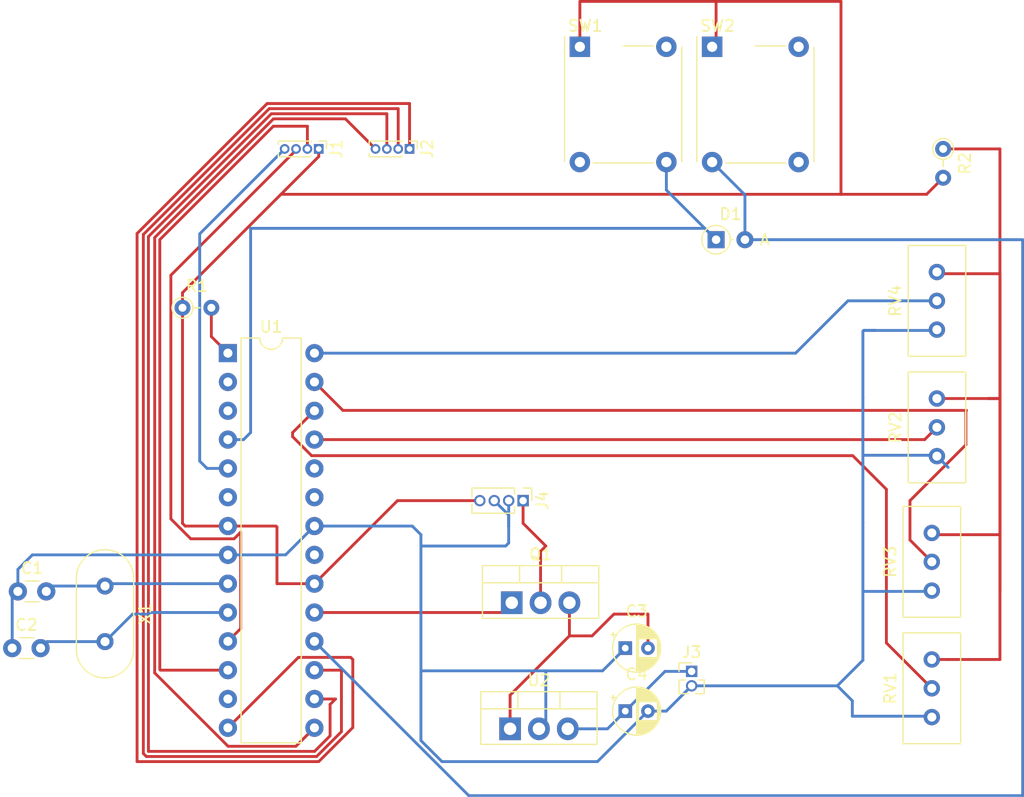
<source format=kicad_pcb>
(kicad_pcb (version 20171130) (host pcbnew "(5.1.6)-1")

  (general
    (thickness 1.6)
    (drawings 1)
    (tracks 196)
    (zones 0)
    (modules 21)
    (nets 31)
  )

  (page A4)
  (layers
    (0 F.Cu signal)
    (31 B.Cu signal)
    (32 B.Adhes user)
    (33 F.Adhes user)
    (34 B.Paste user)
    (35 F.Paste user)
    (36 B.SilkS user)
    (37 F.SilkS user)
    (38 B.Mask user)
    (39 F.Mask user)
    (40 Dwgs.User user hide)
    (41 Cmts.User user)
    (42 Eco1.User user)
    (43 Eco2.User user)
    (44 Edge.Cuts user)
    (45 Margin user)
    (46 B.CrtYd user)
    (47 F.CrtYd user)
    (48 B.Fab user)
    (49 F.Fab user)
  )

  (setup
    (last_trace_width 0.25)
    (trace_clearance 0.2)
    (zone_clearance 0.508)
    (zone_45_only no)
    (trace_min 0.2)
    (via_size 0.8)
    (via_drill 0.4)
    (via_min_size 0.4)
    (via_min_drill 0.3)
    (uvia_size 0.3)
    (uvia_drill 0.1)
    (uvias_allowed no)
    (uvia_min_size 0.2)
    (uvia_min_drill 0.1)
    (edge_width 0.05)
    (segment_width 0.2)
    (pcb_text_width 0.3)
    (pcb_text_size 1.5 1.5)
    (mod_edge_width 0.12)
    (mod_text_size 1 1)
    (mod_text_width 0.15)
    (pad_size 1.5 1.5)
    (pad_drill 0.8)
    (pad_to_mask_clearance 0.05)
    (aux_axis_origin 0 0)
    (visible_elements 7FFFFFFF)
    (pcbplotparams
      (layerselection 0x010fc_ffffffff)
      (usegerberextensions false)
      (usegerberattributes true)
      (usegerberadvancedattributes true)
      (creategerberjobfile true)
      (excludeedgelayer true)
      (linewidth 0.100000)
      (plotframeref false)
      (viasonmask false)
      (mode 1)
      (useauxorigin false)
      (hpglpennumber 1)
      (hpglpenspeed 20)
      (hpglpendiameter 15.000000)
      (psnegative false)
      (psa4output false)
      (plotreference true)
      (plotvalue true)
      (plotinvisibletext false)
      (padsonsilk false)
      (subtractmaskfromsilk false)
      (outputformat 1)
      (mirror false)
      (drillshape 1)
      (scaleselection 1)
      (outputdirectory ""))
  )

  (net 0 "")
  (net 1 "Net-(U1-Pad13)")
  (net 2 "Net-(U1-Pad24)")
  (net 3 "Net-(C2-Pad2)")
  (net 4 "Net-(U1-Pad23)")
  (net 5 "Net-(C1-Pad2)")
  (net 6 GND)
  (net 7 "Net-(U1-Pad21)")
  (net 8 +5V)
  (net 9 "Net-(U1-Pad6)")
  (net 10 "Net-(U1-Pad3)")
  (net 11 "Net-(U1-Pad2)")
  (net 12 "Net-(J1-Pad2)")
  (net 13 "Net-(J1-Pad4)")
  (net 14 "Net-(J2-Pad4)")
  (net 15 "Net-(J2-Pad3)")
  (net 16 "Net-(J2-Pad2)")
  (net 17 "Net-(R1-Pad2)")
  (net 18 "Net-(D1-Pad2)")
  (net 19 "Net-(D1-Pad1)")
  (net 20 "Net-(RV1-Pad2)")
  (net 21 "Net-(RV2-Pad2)")
  (net 22 "Net-(RV3-Pad2)")
  (net 23 "Net-(RV4-Pad2)")
  (net 24 "Net-(C3-Pad2)")
  (net 25 "Net-(C4-Pad1)")
  (net 26 "Net-(J2-Pad1)")
  (net 27 +12)
  (net 28 "Net-(Q1-Pad1)")
  (net 29 "Net-(R2-Pad1)")
  (net 30 "Net-(J1-Pad3)")

  (net_class Default "This is the default net class."
    (clearance 0.2)
    (trace_width 0.25)
    (via_dia 0.8)
    (via_drill 0.4)
    (uvia_dia 0.3)
    (uvia_drill 0.1)
    (add_net +12)
    (add_net +5V)
    (add_net GND)
    (add_net "Net-(C1-Pad2)")
    (add_net "Net-(C2-Pad2)")
    (add_net "Net-(C3-Pad2)")
    (add_net "Net-(C4-Pad1)")
    (add_net "Net-(D1-Pad1)")
    (add_net "Net-(D1-Pad2)")
    (add_net "Net-(J1-Pad2)")
    (add_net "Net-(J1-Pad3)")
    (add_net "Net-(J1-Pad4)")
    (add_net "Net-(J2-Pad1)")
    (add_net "Net-(J2-Pad2)")
    (add_net "Net-(J2-Pad3)")
    (add_net "Net-(J2-Pad4)")
    (add_net "Net-(Q1-Pad1)")
    (add_net "Net-(R1-Pad2)")
    (add_net "Net-(R2-Pad1)")
    (add_net "Net-(RV1-Pad2)")
    (add_net "Net-(RV2-Pad2)")
    (add_net "Net-(RV3-Pad2)")
    (add_net "Net-(RV4-Pad2)")
    (add_net "Net-(U1-Pad13)")
    (add_net "Net-(U1-Pad2)")
    (add_net "Net-(U1-Pad21)")
    (add_net "Net-(U1-Pad23)")
    (add_net "Net-(U1-Pad24)")
    (add_net "Net-(U1-Pad3)")
    (add_net "Net-(U1-Pad6)")
  )

  (module Connector_PinHeader_1.27mm:PinHeader_1x04_P1.27mm_Vertical (layer F.Cu) (tedit 5F165C81) (tstamp 5F16A57B)
    (at 64 78 270)
    (descr "Through hole straight pin header, 1x04, 1.27mm pitch, single row")
    (tags "Through hole pin header THT 1x04 1.27mm single row")
    (path /5F1CE618)
    (fp_text reference J4 (at 0 -1.695 90) (layer F.SilkS)
      (effects (font (size 1 1) (thickness 0.15)))
    )
    (fp_text value Conn_01x03_Male (at 0 4.235 90) (layer F.Fab)
      (effects (font (size 1 1) (thickness 0.15)))
    )
    (fp_text user %R (at 0 1.27) (layer F.Fab)
      (effects (font (size 1 1) (thickness 0.15)))
    )
    (fp_line (start -0.525 -0.635) (end 1.05 -0.635) (layer F.Fab) (width 0.1))
    (fp_line (start 1.05 -0.635) (end 1.05 4.445) (layer F.Fab) (width 0.1))
    (fp_line (start 1.05 4.445) (end -1.05 4.445) (layer F.Fab) (width 0.1))
    (fp_line (start -1.05 4.445) (end -1.05 -0.11) (layer F.Fab) (width 0.1))
    (fp_line (start -1.05 -0.11) (end -0.525 -0.635) (layer F.Fab) (width 0.1))
    (fp_line (start -1.11 4.505) (end -0.30753 4.505) (layer F.SilkS) (width 0.12))
    (fp_line (start 0.30753 4.505) (end 1.11 4.505) (layer F.SilkS) (width 0.12))
    (fp_line (start -1.11 0.76) (end -1.11 4.505) (layer F.SilkS) (width 0.12))
    (fp_line (start 1.11 0.76) (end 1.11 4.505) (layer F.SilkS) (width 0.12))
    (fp_line (start -1.11 0.76) (end -0.563471 0.76) (layer F.SilkS) (width 0.12))
    (fp_line (start 0.563471 0.76) (end 1.11 0.76) (layer F.SilkS) (width 0.12))
    (fp_line (start -1.11 0) (end -1.11 -0.76) (layer F.SilkS) (width 0.12))
    (fp_line (start -1.11 -0.76) (end 0 -0.76) (layer F.SilkS) (width 0.12))
    (fp_line (start -1.55 -1.15) (end -1.55 4.95) (layer F.CrtYd) (width 0.05))
    (fp_line (start -1.55 4.95) (end 1.55 4.95) (layer F.CrtYd) (width 0.05))
    (fp_line (start 1.55 4.95) (end 1.55 -1.15) (layer F.CrtYd) (width 0.05))
    (fp_line (start 1.55 -1.15) (end -1.55 -1.15) (layer F.CrtYd) (width 0.05))
    (pad 4 thru_hole oval (at 0 3.81 270) (size 1 1) (drill 0.65) (layers *.Cu *.Mask)
      (net 8 +5V))
    (pad 3 thru_hole oval (at 0 2.54 270) (size 1 1) (drill 0.65) (layers *.Cu *.Mask)
      (net 6 GND))
    (pad 2 thru_hole oval (at 0 1.27 270) (size 1 1) (drill 0.65) (layers *.Cu *.Mask)
      (net 6 GND))
    (pad 1 thru_hole rect (at 0 0 270) (size 1 1) (drill 0.65) (layers *.Cu *.Mask)
      (net 27 +12))
    (model ${KISYS3DMOD}/Connector_PinHeader_1.27mm.3dshapes/PinHeader_1x04_P1.27mm_Vertical.wrl
      (at (xyz 0 0 0))
      (scale (xyz 1 1 1))
      (rotate (xyz 0 0 0))
    )
  )

  (module Package_TO_SOT_THT:TO-220-3_Vertical (layer F.Cu) (tedit 5AC8BA0D) (tstamp 5F167F2E)
    (at 62.855199 98.11)
    (descr "TO-220-3, Vertical, RM 2.54mm, see https://www.vishay.com/docs/66542/to-220-1.pdf")
    (tags "TO-220-3 Vertical RM 2.54mm")
    (path /5F1A9D71)
    (fp_text reference U2 (at 2.54 -4.27) (layer F.SilkS)
      (effects (font (size 1 1) (thickness 0.15)))
    )
    (fp_text value L7805 (at 2.54 2.5) (layer F.Fab)
      (effects (font (size 1 1) (thickness 0.15)))
    )
    (fp_line (start 7.79 -3.4) (end -2.71 -3.4) (layer F.CrtYd) (width 0.05))
    (fp_line (start 7.79 1.51) (end 7.79 -3.4) (layer F.CrtYd) (width 0.05))
    (fp_line (start -2.71 1.51) (end 7.79 1.51) (layer F.CrtYd) (width 0.05))
    (fp_line (start -2.71 -3.4) (end -2.71 1.51) (layer F.CrtYd) (width 0.05))
    (fp_line (start 4.391 -3.27) (end 4.391 -1.76) (layer F.SilkS) (width 0.12))
    (fp_line (start 0.69 -3.27) (end 0.69 -1.76) (layer F.SilkS) (width 0.12))
    (fp_line (start -2.58 -1.76) (end 7.66 -1.76) (layer F.SilkS) (width 0.12))
    (fp_line (start 7.66 -3.27) (end 7.66 1.371) (layer F.SilkS) (width 0.12))
    (fp_line (start -2.58 -3.27) (end -2.58 1.371) (layer F.SilkS) (width 0.12))
    (fp_line (start -2.58 1.371) (end 7.66 1.371) (layer F.SilkS) (width 0.12))
    (fp_line (start -2.58 -3.27) (end 7.66 -3.27) (layer F.SilkS) (width 0.12))
    (fp_line (start 4.39 -3.15) (end 4.39 -1.88) (layer F.Fab) (width 0.1))
    (fp_line (start 0.69 -3.15) (end 0.69 -1.88) (layer F.Fab) (width 0.1))
    (fp_line (start -2.46 -1.88) (end 7.54 -1.88) (layer F.Fab) (width 0.1))
    (fp_line (start 7.54 -3.15) (end -2.46 -3.15) (layer F.Fab) (width 0.1))
    (fp_line (start 7.54 1.25) (end 7.54 -3.15) (layer F.Fab) (width 0.1))
    (fp_line (start -2.46 1.25) (end 7.54 1.25) (layer F.Fab) (width 0.1))
    (fp_line (start -2.46 -3.15) (end -2.46 1.25) (layer F.Fab) (width 0.1))
    (fp_text user %R (at 2.54 -4.27) (layer F.Fab)
      (effects (font (size 1 1) (thickness 0.15)))
    )
    (pad 3 thru_hole oval (at 5.08 0) (size 1.905 2) (drill 1.1) (layers *.Cu *.Mask)
      (net 25 "Net-(C4-Pad1)"))
    (pad 2 thru_hole oval (at 2.54 0) (size 1.905 2) (drill 1.1) (layers *.Cu *.Mask)
      (net 6 GND))
    (pad 1 thru_hole rect (at 0 0) (size 1.905 2) (drill 1.1) (layers *.Cu *.Mask)
      (net 24 "Net-(C3-Pad2)"))
    (model ${KISYS3DMOD}/Package_TO_SOT_THT.3dshapes/TO-220-3_Vertical.wrl
      (at (xyz 0 0 0))
      (scale (xyz 1 1 1))
      (rotate (xyz 0 0 0))
    )
  )

  (module Resistor_THT:R_Axial_DIN0204_L3.6mm_D1.6mm_P2.54mm_Vertical (layer F.Cu) (tedit 5AE5139B) (tstamp 5F167E0A)
    (at 101 47 270)
    (descr "Resistor, Axial_DIN0204 series, Axial, Vertical, pin pitch=2.54mm, 0.167W, length*diameter=3.6*1.6mm^2, http://cdn-reichelt.de/documents/datenblatt/B400/1_4W%23YAG.pdf")
    (tags "Resistor Axial_DIN0204 series Axial Vertical pin pitch 2.54mm 0.167W length 3.6mm diameter 1.6mm")
    (path /5F18311C)
    (fp_text reference R2 (at 1.27 -1.92 90) (layer F.SilkS)
      (effects (font (size 1 1) (thickness 0.15)))
    )
    (fp_text value 4.7K (at 1.27 1.92 90) (layer F.Fab)
      (effects (font (size 1 1) (thickness 0.15)))
    )
    (fp_line (start 3.49 -1.05) (end -1.05 -1.05) (layer F.CrtYd) (width 0.05))
    (fp_line (start 3.49 1.05) (end 3.49 -1.05) (layer F.CrtYd) (width 0.05))
    (fp_line (start -1.05 1.05) (end 3.49 1.05) (layer F.CrtYd) (width 0.05))
    (fp_line (start -1.05 -1.05) (end -1.05 1.05) (layer F.CrtYd) (width 0.05))
    (fp_line (start 0.92 0) (end 1.54 0) (layer F.SilkS) (width 0.12))
    (fp_line (start 0 0) (end 2.54 0) (layer F.Fab) (width 0.1))
    (fp_circle (center 0 0) (end 0.92 0) (layer F.SilkS) (width 0.12))
    (fp_circle (center 0 0) (end 0.8 0) (layer F.Fab) (width 0.1))
    (fp_text user %R (at 1.27 -1.92 90) (layer F.Fab)
      (effects (font (size 1 1) (thickness 0.15)))
    )
    (pad 2 thru_hole oval (at 2.54 0 270) (size 1.4 1.4) (drill 0.7) (layers *.Cu *.Mask)
      (net 8 +5V))
    (pad 1 thru_hole circle (at 0 0 270) (size 1.4 1.4) (drill 0.7) (layers *.Cu *.Mask)
      (net 29 "Net-(R2-Pad1)"))
    (model ${KISYS3DMOD}/Resistor_THT.3dshapes/R_Axial_DIN0204_L3.6mm_D1.6mm_P2.54mm_Vertical.wrl
      (at (xyz 0 0 0))
      (scale (xyz 1 1 1))
      (rotate (xyz 0 0 0))
    )
  )

  (module Package_TO_SOT_THT:TO-220-3_Vertical (layer F.Cu) (tedit 5F15B3CC) (tstamp 5F167DDF)
    (at 63 87)
    (descr "TO-220-3, Vertical, RM 2.54mm, see https://www.vishay.com/docs/66542/to-220-1.pdf")
    (tags "TO-220-3 Vertical RM 2.54mm")
    (path /5F1A28C9)
    (fp_text reference Q1 (at 2.54 -4.27) (layer F.SilkS)
      (effects (font (size 1 1) (thickness 0.15)))
    )
    (fp_text value TIP120 (at 2.54 2.5) (layer F.Fab)
      (effects (font (size 1 1) (thickness 0.15)))
    )
    (fp_line (start 7.79 -3.4) (end -2.71 -3.4) (layer F.CrtYd) (width 0.05))
    (fp_line (start 7.79 1.51) (end 7.79 -3.4) (layer F.CrtYd) (width 0.05))
    (fp_line (start -2.71 1.51) (end 7.79 1.51) (layer F.CrtYd) (width 0.05))
    (fp_line (start -2.71 -3.4) (end -2.71 1.51) (layer F.CrtYd) (width 0.05))
    (fp_line (start 4.391 -3.27) (end 4.391 -1.76) (layer F.SilkS) (width 0.12))
    (fp_line (start 0.69 -3.27) (end 0.69 -1.76) (layer F.SilkS) (width 0.12))
    (fp_line (start -2.58 -1.76) (end 7.66 -1.76) (layer F.SilkS) (width 0.12))
    (fp_line (start 7.66 -3.27) (end 7.66 1.371) (layer F.SilkS) (width 0.12))
    (fp_line (start -2.58 -3.27) (end -2.58 1.371) (layer F.SilkS) (width 0.12))
    (fp_line (start -2.58 1.371) (end 7.66 1.371) (layer F.SilkS) (width 0.12))
    (fp_line (start -2.58 -3.27) (end 7.66 -3.27) (layer F.SilkS) (width 0.12))
    (fp_line (start 4.39 -3.15) (end 4.39 -1.88) (layer F.Fab) (width 0.1))
    (fp_line (start 0.69 -3.15) (end 0.69 -1.88) (layer F.Fab) (width 0.1))
    (fp_line (start -2.46 -1.88) (end 7.54 -1.88) (layer F.Fab) (width 0.1))
    (fp_line (start 7.54 -3.15) (end -2.46 -3.15) (layer F.Fab) (width 0.1))
    (fp_line (start 7.54 1.25) (end 7.54 -3.15) (layer F.Fab) (width 0.1))
    (fp_line (start -2.46 1.25) (end 7.54 1.25) (layer F.Fab) (width 0.1))
    (fp_line (start -2.46 -3.15) (end -2.46 1.25) (layer F.Fab) (width 0.1))
    (fp_text user %R (at 2.54 -4.27) (layer F.Fab)
      (effects (font (size 1 1) (thickness 0.15)))
    )
    (pad 3 thru_hole oval (at 5.08 0) (size 1.905 2) (drill 1.1) (layers *.Cu *.Mask)
      (net 24 "Net-(C3-Pad2)"))
    (pad 2 thru_hole oval (at 2.54 0) (size 1.905 2) (drill 1.1) (layers *.Cu *.Mask)
      (net 27 +12))
    (pad 1 thru_hole rect (at 0 0) (size 1.905 2) (drill 1.1) (layers *.Cu *.Mask)
      (net 28 "Net-(Q1-Pad1)"))
    (model ${KISYS3DMOD}/Package_TO_SOT_THT.3dshapes/TO-220-3_Vertical.wrl
      (at (xyz 0 0 0))
      (scale (xyz 1 1 1))
      (rotate (xyz 0 0 0))
    )
  )

  (module Connector_PinHeader_1.27mm:PinHeader_1x02_P1.27mm_Vertical (layer F.Cu) (tedit 59FED6E3) (tstamp 5F167DC5)
    (at 78.845199 93.05)
    (descr "Through hole straight pin header, 1x02, 1.27mm pitch, single row")
    (tags "Through hole pin header THT 1x02 1.27mm single row")
    (path /5F1AD858)
    (fp_text reference J3 (at 0 -1.695) (layer F.SilkS)
      (effects (font (size 1 1) (thickness 0.15)))
    )
    (fp_text value Fountain (at 0 2.965) (layer F.Fab)
      (effects (font (size 1 1) (thickness 0.15)))
    )
    (fp_line (start 1.55 -1.15) (end -1.55 -1.15) (layer F.CrtYd) (width 0.05))
    (fp_line (start 1.55 2.45) (end 1.55 -1.15) (layer F.CrtYd) (width 0.05))
    (fp_line (start -1.55 2.45) (end 1.55 2.45) (layer F.CrtYd) (width 0.05))
    (fp_line (start -1.55 -1.15) (end -1.55 2.45) (layer F.CrtYd) (width 0.05))
    (fp_line (start -1.11 -0.76) (end 0 -0.76) (layer F.SilkS) (width 0.12))
    (fp_line (start -1.11 0) (end -1.11 -0.76) (layer F.SilkS) (width 0.12))
    (fp_line (start 0.563471 0.76) (end 1.11 0.76) (layer F.SilkS) (width 0.12))
    (fp_line (start -1.11 0.76) (end -0.563471 0.76) (layer F.SilkS) (width 0.12))
    (fp_line (start 1.11 0.76) (end 1.11 1.965) (layer F.SilkS) (width 0.12))
    (fp_line (start -1.11 0.76) (end -1.11 1.965) (layer F.SilkS) (width 0.12))
    (fp_line (start 0.30753 1.965) (end 1.11 1.965) (layer F.SilkS) (width 0.12))
    (fp_line (start -1.11 1.965) (end -0.30753 1.965) (layer F.SilkS) (width 0.12))
    (fp_line (start -1.05 -0.11) (end -0.525 -0.635) (layer F.Fab) (width 0.1))
    (fp_line (start -1.05 1.905) (end -1.05 -0.11) (layer F.Fab) (width 0.1))
    (fp_line (start 1.05 1.905) (end -1.05 1.905) (layer F.Fab) (width 0.1))
    (fp_line (start 1.05 -0.635) (end 1.05 1.905) (layer F.Fab) (width 0.1))
    (fp_line (start -0.525 -0.635) (end 1.05 -0.635) (layer F.Fab) (width 0.1))
    (fp_text user %R (at 0 0.635 90) (layer F.Fab)
      (effects (font (size 1 1) (thickness 0.15)))
    )
    (pad 2 thru_hole oval (at 0 1.27) (size 1 1) (drill 0.65) (layers *.Cu *.Mask)
      (net 6 GND))
    (pad 1 thru_hole rect (at 0 0) (size 1 1) (drill 0.65) (layers *.Cu *.Mask)
      (net 25 "Net-(C4-Pad1)"))
    (model ${KISYS3DMOD}/Connector_PinHeader_1.27mm.3dshapes/PinHeader_1x02_P1.27mm_Vertical.wrl
      (at (xyz 0 0 0))
      (scale (xyz 1 1 1))
      (rotate (xyz 0 0 0))
    )
  )

  (module Capacitor_THT:CP_Radial_D4.0mm_P2.00mm (layer F.Cu) (tedit 5AE50EF0) (tstamp 5F167D29)
    (at 73 96.55)
    (descr "CP, Radial series, Radial, pin pitch=2.00mm, , diameter=4mm, Electrolytic Capacitor")
    (tags "CP Radial series Radial pin pitch 2.00mm  diameter 4mm Electrolytic Capacitor")
    (path /5F1B306D)
    (fp_text reference C4 (at 1 -3.25) (layer F.SilkS)
      (effects (font (size 1 1) (thickness 0.15)))
    )
    (fp_text value 0.1uf (at 1 3.25) (layer F.Fab)
      (effects (font (size 1 1) (thickness 0.15)))
    )
    (fp_line (start -1.069801 -1.395) (end -1.069801 -0.995) (layer F.SilkS) (width 0.12))
    (fp_line (start -1.269801 -1.195) (end -0.869801 -1.195) (layer F.SilkS) (width 0.12))
    (fp_line (start 3.081 -0.37) (end 3.081 0.37) (layer F.SilkS) (width 0.12))
    (fp_line (start 3.041 -0.537) (end 3.041 0.537) (layer F.SilkS) (width 0.12))
    (fp_line (start 3.001 -0.664) (end 3.001 0.664) (layer F.SilkS) (width 0.12))
    (fp_line (start 2.961 -0.768) (end 2.961 0.768) (layer F.SilkS) (width 0.12))
    (fp_line (start 2.921 -0.859) (end 2.921 0.859) (layer F.SilkS) (width 0.12))
    (fp_line (start 2.881 -0.94) (end 2.881 0.94) (layer F.SilkS) (width 0.12))
    (fp_line (start 2.841 -1.013) (end 2.841 1.013) (layer F.SilkS) (width 0.12))
    (fp_line (start 2.801 0.84) (end 2.801 1.08) (layer F.SilkS) (width 0.12))
    (fp_line (start 2.801 -1.08) (end 2.801 -0.84) (layer F.SilkS) (width 0.12))
    (fp_line (start 2.761 0.84) (end 2.761 1.142) (layer F.SilkS) (width 0.12))
    (fp_line (start 2.761 -1.142) (end 2.761 -0.84) (layer F.SilkS) (width 0.12))
    (fp_line (start 2.721 0.84) (end 2.721 1.2) (layer F.SilkS) (width 0.12))
    (fp_line (start 2.721 -1.2) (end 2.721 -0.84) (layer F.SilkS) (width 0.12))
    (fp_line (start 2.681 0.84) (end 2.681 1.254) (layer F.SilkS) (width 0.12))
    (fp_line (start 2.681 -1.254) (end 2.681 -0.84) (layer F.SilkS) (width 0.12))
    (fp_line (start 2.641 0.84) (end 2.641 1.304) (layer F.SilkS) (width 0.12))
    (fp_line (start 2.641 -1.304) (end 2.641 -0.84) (layer F.SilkS) (width 0.12))
    (fp_line (start 2.601 0.84) (end 2.601 1.351) (layer F.SilkS) (width 0.12))
    (fp_line (start 2.601 -1.351) (end 2.601 -0.84) (layer F.SilkS) (width 0.12))
    (fp_line (start 2.561 0.84) (end 2.561 1.396) (layer F.SilkS) (width 0.12))
    (fp_line (start 2.561 -1.396) (end 2.561 -0.84) (layer F.SilkS) (width 0.12))
    (fp_line (start 2.521 0.84) (end 2.521 1.438) (layer F.SilkS) (width 0.12))
    (fp_line (start 2.521 -1.438) (end 2.521 -0.84) (layer F.SilkS) (width 0.12))
    (fp_line (start 2.481 0.84) (end 2.481 1.478) (layer F.SilkS) (width 0.12))
    (fp_line (start 2.481 -1.478) (end 2.481 -0.84) (layer F.SilkS) (width 0.12))
    (fp_line (start 2.441 0.84) (end 2.441 1.516) (layer F.SilkS) (width 0.12))
    (fp_line (start 2.441 -1.516) (end 2.441 -0.84) (layer F.SilkS) (width 0.12))
    (fp_line (start 2.401 0.84) (end 2.401 1.552) (layer F.SilkS) (width 0.12))
    (fp_line (start 2.401 -1.552) (end 2.401 -0.84) (layer F.SilkS) (width 0.12))
    (fp_line (start 2.361 0.84) (end 2.361 1.587) (layer F.SilkS) (width 0.12))
    (fp_line (start 2.361 -1.587) (end 2.361 -0.84) (layer F.SilkS) (width 0.12))
    (fp_line (start 2.321 0.84) (end 2.321 1.619) (layer F.SilkS) (width 0.12))
    (fp_line (start 2.321 -1.619) (end 2.321 -0.84) (layer F.SilkS) (width 0.12))
    (fp_line (start 2.281 0.84) (end 2.281 1.65) (layer F.SilkS) (width 0.12))
    (fp_line (start 2.281 -1.65) (end 2.281 -0.84) (layer F.SilkS) (width 0.12))
    (fp_line (start 2.241 0.84) (end 2.241 1.68) (layer F.SilkS) (width 0.12))
    (fp_line (start 2.241 -1.68) (end 2.241 -0.84) (layer F.SilkS) (width 0.12))
    (fp_line (start 2.201 0.84) (end 2.201 1.708) (layer F.SilkS) (width 0.12))
    (fp_line (start 2.201 -1.708) (end 2.201 -0.84) (layer F.SilkS) (width 0.12))
    (fp_line (start 2.161 0.84) (end 2.161 1.735) (layer F.SilkS) (width 0.12))
    (fp_line (start 2.161 -1.735) (end 2.161 -0.84) (layer F.SilkS) (width 0.12))
    (fp_line (start 2.121 0.84) (end 2.121 1.76) (layer F.SilkS) (width 0.12))
    (fp_line (start 2.121 -1.76) (end 2.121 -0.84) (layer F.SilkS) (width 0.12))
    (fp_line (start 2.081 0.84) (end 2.081 1.785) (layer F.SilkS) (width 0.12))
    (fp_line (start 2.081 -1.785) (end 2.081 -0.84) (layer F.SilkS) (width 0.12))
    (fp_line (start 2.041 0.84) (end 2.041 1.808) (layer F.SilkS) (width 0.12))
    (fp_line (start 2.041 -1.808) (end 2.041 -0.84) (layer F.SilkS) (width 0.12))
    (fp_line (start 2.001 0.84) (end 2.001 1.83) (layer F.SilkS) (width 0.12))
    (fp_line (start 2.001 -1.83) (end 2.001 -0.84) (layer F.SilkS) (width 0.12))
    (fp_line (start 1.961 0.84) (end 1.961 1.851) (layer F.SilkS) (width 0.12))
    (fp_line (start 1.961 -1.851) (end 1.961 -0.84) (layer F.SilkS) (width 0.12))
    (fp_line (start 1.921 0.84) (end 1.921 1.87) (layer F.SilkS) (width 0.12))
    (fp_line (start 1.921 -1.87) (end 1.921 -0.84) (layer F.SilkS) (width 0.12))
    (fp_line (start 1.881 0.84) (end 1.881 1.889) (layer F.SilkS) (width 0.12))
    (fp_line (start 1.881 -1.889) (end 1.881 -0.84) (layer F.SilkS) (width 0.12))
    (fp_line (start 1.841 0.84) (end 1.841 1.907) (layer F.SilkS) (width 0.12))
    (fp_line (start 1.841 -1.907) (end 1.841 -0.84) (layer F.SilkS) (width 0.12))
    (fp_line (start 1.801 0.84) (end 1.801 1.924) (layer F.SilkS) (width 0.12))
    (fp_line (start 1.801 -1.924) (end 1.801 -0.84) (layer F.SilkS) (width 0.12))
    (fp_line (start 1.761 0.84) (end 1.761 1.94) (layer F.SilkS) (width 0.12))
    (fp_line (start 1.761 -1.94) (end 1.761 -0.84) (layer F.SilkS) (width 0.12))
    (fp_line (start 1.721 0.84) (end 1.721 1.954) (layer F.SilkS) (width 0.12))
    (fp_line (start 1.721 -1.954) (end 1.721 -0.84) (layer F.SilkS) (width 0.12))
    (fp_line (start 1.68 0.84) (end 1.68 1.968) (layer F.SilkS) (width 0.12))
    (fp_line (start 1.68 -1.968) (end 1.68 -0.84) (layer F.SilkS) (width 0.12))
    (fp_line (start 1.64 0.84) (end 1.64 1.982) (layer F.SilkS) (width 0.12))
    (fp_line (start 1.64 -1.982) (end 1.64 -0.84) (layer F.SilkS) (width 0.12))
    (fp_line (start 1.6 0.84) (end 1.6 1.994) (layer F.SilkS) (width 0.12))
    (fp_line (start 1.6 -1.994) (end 1.6 -0.84) (layer F.SilkS) (width 0.12))
    (fp_line (start 1.56 0.84) (end 1.56 2.005) (layer F.SilkS) (width 0.12))
    (fp_line (start 1.56 -2.005) (end 1.56 -0.84) (layer F.SilkS) (width 0.12))
    (fp_line (start 1.52 0.84) (end 1.52 2.016) (layer F.SilkS) (width 0.12))
    (fp_line (start 1.52 -2.016) (end 1.52 -0.84) (layer F.SilkS) (width 0.12))
    (fp_line (start 1.48 0.84) (end 1.48 2.025) (layer F.SilkS) (width 0.12))
    (fp_line (start 1.48 -2.025) (end 1.48 -0.84) (layer F.SilkS) (width 0.12))
    (fp_line (start 1.44 0.84) (end 1.44 2.034) (layer F.SilkS) (width 0.12))
    (fp_line (start 1.44 -2.034) (end 1.44 -0.84) (layer F.SilkS) (width 0.12))
    (fp_line (start 1.4 0.84) (end 1.4 2.042) (layer F.SilkS) (width 0.12))
    (fp_line (start 1.4 -2.042) (end 1.4 -0.84) (layer F.SilkS) (width 0.12))
    (fp_line (start 1.36 0.84) (end 1.36 2.05) (layer F.SilkS) (width 0.12))
    (fp_line (start 1.36 -2.05) (end 1.36 -0.84) (layer F.SilkS) (width 0.12))
    (fp_line (start 1.32 0.84) (end 1.32 2.056) (layer F.SilkS) (width 0.12))
    (fp_line (start 1.32 -2.056) (end 1.32 -0.84) (layer F.SilkS) (width 0.12))
    (fp_line (start 1.28 0.84) (end 1.28 2.062) (layer F.SilkS) (width 0.12))
    (fp_line (start 1.28 -2.062) (end 1.28 -0.84) (layer F.SilkS) (width 0.12))
    (fp_line (start 1.24 0.84) (end 1.24 2.067) (layer F.SilkS) (width 0.12))
    (fp_line (start 1.24 -2.067) (end 1.24 -0.84) (layer F.SilkS) (width 0.12))
    (fp_line (start 1.2 0.84) (end 1.2 2.071) (layer F.SilkS) (width 0.12))
    (fp_line (start 1.2 -2.071) (end 1.2 -0.84) (layer F.SilkS) (width 0.12))
    (fp_line (start 1.16 -2.074) (end 1.16 2.074) (layer F.SilkS) (width 0.12))
    (fp_line (start 1.12 -2.077) (end 1.12 2.077) (layer F.SilkS) (width 0.12))
    (fp_line (start 1.08 -2.079) (end 1.08 2.079) (layer F.SilkS) (width 0.12))
    (fp_line (start 1.04 -2.08) (end 1.04 2.08) (layer F.SilkS) (width 0.12))
    (fp_line (start 1 -2.08) (end 1 2.08) (layer F.SilkS) (width 0.12))
    (fp_line (start -0.502554 -1.0675) (end -0.502554 -0.6675) (layer F.Fab) (width 0.1))
    (fp_line (start -0.702554 -0.8675) (end -0.302554 -0.8675) (layer F.Fab) (width 0.1))
    (fp_circle (center 1 0) (end 3.25 0) (layer F.CrtYd) (width 0.05))
    (fp_circle (center 1 0) (end 3.12 0) (layer F.SilkS) (width 0.12))
    (fp_circle (center 1 0) (end 3 0) (layer F.Fab) (width 0.1))
    (fp_text user %R (at 1 0) (layer F.Fab)
      (effects (font (size 0.8 0.8) (thickness 0.12)))
    )
    (pad 2 thru_hole circle (at 2 0) (size 1.2 1.2) (drill 0.6) (layers *.Cu *.Mask)
      (net 6 GND))
    (pad 1 thru_hole rect (at 0 0) (size 1.2 1.2) (drill 0.6) (layers *.Cu *.Mask)
      (net 25 "Net-(C4-Pad1)"))
    (model ${KISYS3DMOD}/Capacitor_THT.3dshapes/CP_Radial_D4.0mm_P2.00mm.wrl
      (at (xyz 0 0 0))
      (scale (xyz 1 1 1))
      (rotate (xyz 0 0 0))
    )
  )

  (module Capacitor_THT:CP_Radial_D4.0mm_P2.00mm (layer F.Cu) (tedit 5AE50EF0) (tstamp 5F167CBD)
    (at 73 91)
    (descr "CP, Radial series, Radial, pin pitch=2.00mm, , diameter=4mm, Electrolytic Capacitor")
    (tags "CP Radial series Radial pin pitch 2.00mm  diameter 4mm Electrolytic Capacitor")
    (path /5F1B334B)
    (fp_text reference C3 (at 1 -3.25) (layer F.SilkS)
      (effects (font (size 1 1) (thickness 0.15)))
    )
    (fp_text value 0.22uf (at 1 3.25) (layer F.Fab)
      (effects (font (size 1 1) (thickness 0.15)))
    )
    (fp_line (start -1.069801 -1.395) (end -1.069801 -0.995) (layer F.SilkS) (width 0.12))
    (fp_line (start -1.269801 -1.195) (end -0.869801 -1.195) (layer F.SilkS) (width 0.12))
    (fp_line (start 3.081 -0.37) (end 3.081 0.37) (layer F.SilkS) (width 0.12))
    (fp_line (start 3.041 -0.537) (end 3.041 0.537) (layer F.SilkS) (width 0.12))
    (fp_line (start 3.001 -0.664) (end 3.001 0.664) (layer F.SilkS) (width 0.12))
    (fp_line (start 2.961 -0.768) (end 2.961 0.768) (layer F.SilkS) (width 0.12))
    (fp_line (start 2.921 -0.859) (end 2.921 0.859) (layer F.SilkS) (width 0.12))
    (fp_line (start 2.881 -0.94) (end 2.881 0.94) (layer F.SilkS) (width 0.12))
    (fp_line (start 2.841 -1.013) (end 2.841 1.013) (layer F.SilkS) (width 0.12))
    (fp_line (start 2.801 0.84) (end 2.801 1.08) (layer F.SilkS) (width 0.12))
    (fp_line (start 2.801 -1.08) (end 2.801 -0.84) (layer F.SilkS) (width 0.12))
    (fp_line (start 2.761 0.84) (end 2.761 1.142) (layer F.SilkS) (width 0.12))
    (fp_line (start 2.761 -1.142) (end 2.761 -0.84) (layer F.SilkS) (width 0.12))
    (fp_line (start 2.721 0.84) (end 2.721 1.2) (layer F.SilkS) (width 0.12))
    (fp_line (start 2.721 -1.2) (end 2.721 -0.84) (layer F.SilkS) (width 0.12))
    (fp_line (start 2.681 0.84) (end 2.681 1.254) (layer F.SilkS) (width 0.12))
    (fp_line (start 2.681 -1.254) (end 2.681 -0.84) (layer F.SilkS) (width 0.12))
    (fp_line (start 2.641 0.84) (end 2.641 1.304) (layer F.SilkS) (width 0.12))
    (fp_line (start 2.641 -1.304) (end 2.641 -0.84) (layer F.SilkS) (width 0.12))
    (fp_line (start 2.601 0.84) (end 2.601 1.351) (layer F.SilkS) (width 0.12))
    (fp_line (start 2.601 -1.351) (end 2.601 -0.84) (layer F.SilkS) (width 0.12))
    (fp_line (start 2.561 0.84) (end 2.561 1.396) (layer F.SilkS) (width 0.12))
    (fp_line (start 2.561 -1.396) (end 2.561 -0.84) (layer F.SilkS) (width 0.12))
    (fp_line (start 2.521 0.84) (end 2.521 1.438) (layer F.SilkS) (width 0.12))
    (fp_line (start 2.521 -1.438) (end 2.521 -0.84) (layer F.SilkS) (width 0.12))
    (fp_line (start 2.481 0.84) (end 2.481 1.478) (layer F.SilkS) (width 0.12))
    (fp_line (start 2.481 -1.478) (end 2.481 -0.84) (layer F.SilkS) (width 0.12))
    (fp_line (start 2.441 0.84) (end 2.441 1.516) (layer F.SilkS) (width 0.12))
    (fp_line (start 2.441 -1.516) (end 2.441 -0.84) (layer F.SilkS) (width 0.12))
    (fp_line (start 2.401 0.84) (end 2.401 1.552) (layer F.SilkS) (width 0.12))
    (fp_line (start 2.401 -1.552) (end 2.401 -0.84) (layer F.SilkS) (width 0.12))
    (fp_line (start 2.361 0.84) (end 2.361 1.587) (layer F.SilkS) (width 0.12))
    (fp_line (start 2.361 -1.587) (end 2.361 -0.84) (layer F.SilkS) (width 0.12))
    (fp_line (start 2.321 0.84) (end 2.321 1.619) (layer F.SilkS) (width 0.12))
    (fp_line (start 2.321 -1.619) (end 2.321 -0.84) (layer F.SilkS) (width 0.12))
    (fp_line (start 2.281 0.84) (end 2.281 1.65) (layer F.SilkS) (width 0.12))
    (fp_line (start 2.281 -1.65) (end 2.281 -0.84) (layer F.SilkS) (width 0.12))
    (fp_line (start 2.241 0.84) (end 2.241 1.68) (layer F.SilkS) (width 0.12))
    (fp_line (start 2.241 -1.68) (end 2.241 -0.84) (layer F.SilkS) (width 0.12))
    (fp_line (start 2.201 0.84) (end 2.201 1.708) (layer F.SilkS) (width 0.12))
    (fp_line (start 2.201 -1.708) (end 2.201 -0.84) (layer F.SilkS) (width 0.12))
    (fp_line (start 2.161 0.84) (end 2.161 1.735) (layer F.SilkS) (width 0.12))
    (fp_line (start 2.161 -1.735) (end 2.161 -0.84) (layer F.SilkS) (width 0.12))
    (fp_line (start 2.121 0.84) (end 2.121 1.76) (layer F.SilkS) (width 0.12))
    (fp_line (start 2.121 -1.76) (end 2.121 -0.84) (layer F.SilkS) (width 0.12))
    (fp_line (start 2.081 0.84) (end 2.081 1.785) (layer F.SilkS) (width 0.12))
    (fp_line (start 2.081 -1.785) (end 2.081 -0.84) (layer F.SilkS) (width 0.12))
    (fp_line (start 2.041 0.84) (end 2.041 1.808) (layer F.SilkS) (width 0.12))
    (fp_line (start 2.041 -1.808) (end 2.041 -0.84) (layer F.SilkS) (width 0.12))
    (fp_line (start 2.001 0.84) (end 2.001 1.83) (layer F.SilkS) (width 0.12))
    (fp_line (start 2.001 -1.83) (end 2.001 -0.84) (layer F.SilkS) (width 0.12))
    (fp_line (start 1.961 0.84) (end 1.961 1.851) (layer F.SilkS) (width 0.12))
    (fp_line (start 1.961 -1.851) (end 1.961 -0.84) (layer F.SilkS) (width 0.12))
    (fp_line (start 1.921 0.84) (end 1.921 1.87) (layer F.SilkS) (width 0.12))
    (fp_line (start 1.921 -1.87) (end 1.921 -0.84) (layer F.SilkS) (width 0.12))
    (fp_line (start 1.881 0.84) (end 1.881 1.889) (layer F.SilkS) (width 0.12))
    (fp_line (start 1.881 -1.889) (end 1.881 -0.84) (layer F.SilkS) (width 0.12))
    (fp_line (start 1.841 0.84) (end 1.841 1.907) (layer F.SilkS) (width 0.12))
    (fp_line (start 1.841 -1.907) (end 1.841 -0.84) (layer F.SilkS) (width 0.12))
    (fp_line (start 1.801 0.84) (end 1.801 1.924) (layer F.SilkS) (width 0.12))
    (fp_line (start 1.801 -1.924) (end 1.801 -0.84) (layer F.SilkS) (width 0.12))
    (fp_line (start 1.761 0.84) (end 1.761 1.94) (layer F.SilkS) (width 0.12))
    (fp_line (start 1.761 -1.94) (end 1.761 -0.84) (layer F.SilkS) (width 0.12))
    (fp_line (start 1.721 0.84) (end 1.721 1.954) (layer F.SilkS) (width 0.12))
    (fp_line (start 1.721 -1.954) (end 1.721 -0.84) (layer F.SilkS) (width 0.12))
    (fp_line (start 1.68 0.84) (end 1.68 1.968) (layer F.SilkS) (width 0.12))
    (fp_line (start 1.68 -1.968) (end 1.68 -0.84) (layer F.SilkS) (width 0.12))
    (fp_line (start 1.64 0.84) (end 1.64 1.982) (layer F.SilkS) (width 0.12))
    (fp_line (start 1.64 -1.982) (end 1.64 -0.84) (layer F.SilkS) (width 0.12))
    (fp_line (start 1.6 0.84) (end 1.6 1.994) (layer F.SilkS) (width 0.12))
    (fp_line (start 1.6 -1.994) (end 1.6 -0.84) (layer F.SilkS) (width 0.12))
    (fp_line (start 1.56 0.84) (end 1.56 2.005) (layer F.SilkS) (width 0.12))
    (fp_line (start 1.56 -2.005) (end 1.56 -0.84) (layer F.SilkS) (width 0.12))
    (fp_line (start 1.52 0.84) (end 1.52 2.016) (layer F.SilkS) (width 0.12))
    (fp_line (start 1.52 -2.016) (end 1.52 -0.84) (layer F.SilkS) (width 0.12))
    (fp_line (start 1.48 0.84) (end 1.48 2.025) (layer F.SilkS) (width 0.12))
    (fp_line (start 1.48 -2.025) (end 1.48 -0.84) (layer F.SilkS) (width 0.12))
    (fp_line (start 1.44 0.84) (end 1.44 2.034) (layer F.SilkS) (width 0.12))
    (fp_line (start 1.44 -2.034) (end 1.44 -0.84) (layer F.SilkS) (width 0.12))
    (fp_line (start 1.4 0.84) (end 1.4 2.042) (layer F.SilkS) (width 0.12))
    (fp_line (start 1.4 -2.042) (end 1.4 -0.84) (layer F.SilkS) (width 0.12))
    (fp_line (start 1.36 0.84) (end 1.36 2.05) (layer F.SilkS) (width 0.12))
    (fp_line (start 1.36 -2.05) (end 1.36 -0.84) (layer F.SilkS) (width 0.12))
    (fp_line (start 1.32 0.84) (end 1.32 2.056) (layer F.SilkS) (width 0.12))
    (fp_line (start 1.32 -2.056) (end 1.32 -0.84) (layer F.SilkS) (width 0.12))
    (fp_line (start 1.28 0.84) (end 1.28 2.062) (layer F.SilkS) (width 0.12))
    (fp_line (start 1.28 -2.062) (end 1.28 -0.84) (layer F.SilkS) (width 0.12))
    (fp_line (start 1.24 0.84) (end 1.24 2.067) (layer F.SilkS) (width 0.12))
    (fp_line (start 1.24 -2.067) (end 1.24 -0.84) (layer F.SilkS) (width 0.12))
    (fp_line (start 1.2 0.84) (end 1.2 2.071) (layer F.SilkS) (width 0.12))
    (fp_line (start 1.2 -2.071) (end 1.2 -0.84) (layer F.SilkS) (width 0.12))
    (fp_line (start 1.16 -2.074) (end 1.16 2.074) (layer F.SilkS) (width 0.12))
    (fp_line (start 1.12 -2.077) (end 1.12 2.077) (layer F.SilkS) (width 0.12))
    (fp_line (start 1.08 -2.079) (end 1.08 2.079) (layer F.SilkS) (width 0.12))
    (fp_line (start 1.04 -2.08) (end 1.04 2.08) (layer F.SilkS) (width 0.12))
    (fp_line (start 1 -2.08) (end 1 2.08) (layer F.SilkS) (width 0.12))
    (fp_line (start -0.502554 -1.0675) (end -0.502554 -0.6675) (layer F.Fab) (width 0.1))
    (fp_line (start -0.702554 -0.8675) (end -0.302554 -0.8675) (layer F.Fab) (width 0.1))
    (fp_circle (center 1 0) (end 3.25 0) (layer F.CrtYd) (width 0.05))
    (fp_circle (center 1 0) (end 3.12 0) (layer F.SilkS) (width 0.12))
    (fp_circle (center 1 0) (end 3 0) (layer F.Fab) (width 0.1))
    (fp_text user %R (at 1 0) (layer F.Fab)
      (effects (font (size 0.8 0.8) (thickness 0.12)))
    )
    (pad 2 thru_hole circle (at 2 0) (size 1.2 1.2) (drill 0.6) (layers *.Cu *.Mask)
      (net 24 "Net-(C3-Pad2)"))
    (pad 1 thru_hole rect (at 0 0) (size 1.2 1.2) (drill 0.6) (layers *.Cu *.Mask)
      (net 6 GND))
    (model ${KISYS3DMOD}/Capacitor_THT.3dshapes/CP_Radial_D4.0mm_P2.00mm.wrl
      (at (xyz 0 0 0))
      (scale (xyz 1 1 1))
      (rotate (xyz 0 0 0))
    )
  )

  (module Potentiometer_THT:Potentiometer_Bourns_3296W_Vertical (layer F.Cu) (tedit 5A3D4994) (tstamp 5F15FB11)
    (at 100.45 57.85 90)
    (descr "Potentiometer, vertical, Bourns 3296W, https://www.bourns.com/pdfs/3296.pdf")
    (tags "Potentiometer vertical Bourns 3296W")
    (path /5F17F63A)
    (fp_text reference RV4 (at -2.54 -3.66 90) (layer F.SilkS)
      (effects (font (size 1 1) (thickness 0.15)))
    )
    (fp_text value R_POT_TRIM_10K (at -2.54 3.67 90) (layer F.Fab)
      (effects (font (size 1 1) (thickness 0.15)))
    )
    (fp_line (start 2.5 -2.7) (end -7.6 -2.7) (layer F.CrtYd) (width 0.05))
    (fp_line (start 2.5 2.7) (end 2.5 -2.7) (layer F.CrtYd) (width 0.05))
    (fp_line (start -7.6 2.7) (end 2.5 2.7) (layer F.CrtYd) (width 0.05))
    (fp_line (start -7.6 -2.7) (end -7.6 2.7) (layer F.CrtYd) (width 0.05))
    (fp_line (start 2.345 -2.53) (end 2.345 2.54) (layer F.SilkS) (width 0.12))
    (fp_line (start -7.425 -2.53) (end -7.425 2.54) (layer F.SilkS) (width 0.12))
    (fp_line (start -7.425 2.54) (end 2.345 2.54) (layer F.SilkS) (width 0.12))
    (fp_line (start -7.425 -2.53) (end 2.345 -2.53) (layer F.SilkS) (width 0.12))
    (fp_line (start 0.955 2.235) (end 0.956 0.066) (layer F.Fab) (width 0.1))
    (fp_line (start 0.955 2.235) (end 0.956 0.066) (layer F.Fab) (width 0.1))
    (fp_line (start 2.225 -2.41) (end -7.305 -2.41) (layer F.Fab) (width 0.1))
    (fp_line (start 2.225 2.42) (end 2.225 -2.41) (layer F.Fab) (width 0.1))
    (fp_line (start -7.305 2.42) (end 2.225 2.42) (layer F.Fab) (width 0.1))
    (fp_line (start -7.305 -2.41) (end -7.305 2.42) (layer F.Fab) (width 0.1))
    (fp_circle (center 0.955 1.15) (end 2.05 1.15) (layer F.Fab) (width 0.1))
    (fp_text user %R (at -3.175 0.005 90) (layer F.Fab)
      (effects (font (size 1 1) (thickness 0.15)))
    )
    (pad 3 thru_hole circle (at -5.08 0 90) (size 1.44 1.44) (drill 0.8) (layers *.Cu *.Mask)
      (net 6 GND))
    (pad 2 thru_hole circle (at -2.54 0 90) (size 1.44 1.44) (drill 0.8) (layers *.Cu *.Mask)
      (net 23 "Net-(RV4-Pad2)"))
    (pad 1 thru_hole circle (at 0 0 90) (size 1.44 1.44) (drill 0.8) (layers *.Cu *.Mask)
      (net 29 "Net-(R2-Pad1)"))
    (model ${KISYS3DMOD}/Potentiometer_THT.3dshapes/Potentiometer_Bourns_3296W_Vertical.wrl
      (at (xyz 0 0 0))
      (scale (xyz 1 1 1))
      (rotate (xyz 0 0 0))
    )
  )

  (module Potentiometer_THT:Potentiometer_Bourns_3296W_Vertical (layer F.Cu) (tedit 5A3D4994) (tstamp 5F15FAFA)
    (at 100 80.85 90)
    (descr "Potentiometer, vertical, Bourns 3296W, https://www.bourns.com/pdfs/3296.pdf")
    (tags "Potentiometer vertical Bourns 3296W")
    (path /5F17EDAC)
    (fp_text reference RV3 (at -2.54 -3.66 90) (layer F.SilkS)
      (effects (font (size 1 1) (thickness 0.15)))
    )
    (fp_text value R_POT_TRIM_10K (at -2.54 3.67 90) (layer F.Fab)
      (effects (font (size 1 1) (thickness 0.15)))
    )
    (fp_line (start 2.5 -2.7) (end -7.6 -2.7) (layer F.CrtYd) (width 0.05))
    (fp_line (start 2.5 2.7) (end 2.5 -2.7) (layer F.CrtYd) (width 0.05))
    (fp_line (start -7.6 2.7) (end 2.5 2.7) (layer F.CrtYd) (width 0.05))
    (fp_line (start -7.6 -2.7) (end -7.6 2.7) (layer F.CrtYd) (width 0.05))
    (fp_line (start 2.345 -2.53) (end 2.345 2.54) (layer F.SilkS) (width 0.12))
    (fp_line (start -7.425 -2.53) (end -7.425 2.54) (layer F.SilkS) (width 0.12))
    (fp_line (start -7.425 2.54) (end 2.345 2.54) (layer F.SilkS) (width 0.12))
    (fp_line (start -7.425 -2.53) (end 2.345 -2.53) (layer F.SilkS) (width 0.12))
    (fp_line (start 0.955 2.235) (end 0.956 0.066) (layer F.Fab) (width 0.1))
    (fp_line (start 0.955 2.235) (end 0.956 0.066) (layer F.Fab) (width 0.1))
    (fp_line (start 2.225 -2.41) (end -7.305 -2.41) (layer F.Fab) (width 0.1))
    (fp_line (start 2.225 2.42) (end 2.225 -2.41) (layer F.Fab) (width 0.1))
    (fp_line (start -7.305 2.42) (end 2.225 2.42) (layer F.Fab) (width 0.1))
    (fp_line (start -7.305 -2.41) (end -7.305 2.42) (layer F.Fab) (width 0.1))
    (fp_circle (center 0.955 1.15) (end 2.05 1.15) (layer F.Fab) (width 0.1))
    (fp_text user %R (at -3.175 0.005 90) (layer F.Fab)
      (effects (font (size 1 1) (thickness 0.15)))
    )
    (pad 3 thru_hole circle (at -5.08 0 90) (size 1.44 1.44) (drill 0.8) (layers *.Cu *.Mask)
      (net 6 GND))
    (pad 2 thru_hole circle (at -2.54 0 90) (size 1.44 1.44) (drill 0.8) (layers *.Cu *.Mask)
      (net 22 "Net-(RV3-Pad2)"))
    (pad 1 thru_hole circle (at 0 0 90) (size 1.44 1.44) (drill 0.8) (layers *.Cu *.Mask)
      (net 29 "Net-(R2-Pad1)"))
    (model ${KISYS3DMOD}/Potentiometer_THT.3dshapes/Potentiometer_Bourns_3296W_Vertical.wrl
      (at (xyz 0 0 0))
      (scale (xyz 1 1 1))
      (rotate (xyz 0 0 0))
    )
  )

  (module Potentiometer_THT:Potentiometer_Bourns_3296W_Vertical (layer F.Cu) (tedit 5A3D4994) (tstamp 5F15FAE3)
    (at 100.45 69 90)
    (descr "Potentiometer, vertical, Bourns 3296W, https://www.bourns.com/pdfs/3296.pdf")
    (tags "Potentiometer vertical Bourns 3296W")
    (path /5F17E19E)
    (fp_text reference RV2 (at -2.54 -3.66 90) (layer F.SilkS)
      (effects (font (size 1 1) (thickness 0.15)))
    )
    (fp_text value R_POT_TRIM_10K (at -2.54 3.67 90) (layer F.Fab)
      (effects (font (size 1 1) (thickness 0.15)))
    )
    (fp_line (start 2.5 -2.7) (end -7.6 -2.7) (layer F.CrtYd) (width 0.05))
    (fp_line (start 2.5 2.7) (end 2.5 -2.7) (layer F.CrtYd) (width 0.05))
    (fp_line (start -7.6 2.7) (end 2.5 2.7) (layer F.CrtYd) (width 0.05))
    (fp_line (start -7.6 -2.7) (end -7.6 2.7) (layer F.CrtYd) (width 0.05))
    (fp_line (start 2.345 -2.53) (end 2.345 2.54) (layer F.SilkS) (width 0.12))
    (fp_line (start -7.425 -2.53) (end -7.425 2.54) (layer F.SilkS) (width 0.12))
    (fp_line (start -7.425 2.54) (end 2.345 2.54) (layer F.SilkS) (width 0.12))
    (fp_line (start -7.425 -2.53) (end 2.345 -2.53) (layer F.SilkS) (width 0.12))
    (fp_line (start 0.955 2.235) (end 0.956 0.066) (layer F.Fab) (width 0.1))
    (fp_line (start 0.955 2.235) (end 0.956 0.066) (layer F.Fab) (width 0.1))
    (fp_line (start 2.225 -2.41) (end -7.305 -2.41) (layer F.Fab) (width 0.1))
    (fp_line (start 2.225 2.42) (end 2.225 -2.41) (layer F.Fab) (width 0.1))
    (fp_line (start -7.305 2.42) (end 2.225 2.42) (layer F.Fab) (width 0.1))
    (fp_line (start -7.305 -2.41) (end -7.305 2.42) (layer F.Fab) (width 0.1))
    (fp_circle (center 0.955 1.15) (end 2.05 1.15) (layer F.Fab) (width 0.1))
    (fp_text user %R (at -3.175 0.005 90) (layer F.Fab)
      (effects (font (size 1 1) (thickness 0.15)))
    )
    (pad 3 thru_hole circle (at -5.08 0 90) (size 1.44 1.44) (drill 0.8) (layers *.Cu *.Mask)
      (net 6 GND))
    (pad 2 thru_hole circle (at -2.54 0 90) (size 1.44 1.44) (drill 0.8) (layers *.Cu *.Mask)
      (net 21 "Net-(RV2-Pad2)"))
    (pad 1 thru_hole circle (at 0 0 90) (size 1.44 1.44) (drill 0.8) (layers *.Cu *.Mask)
      (net 29 "Net-(R2-Pad1)"))
    (model ${KISYS3DMOD}/Potentiometer_THT.3dshapes/Potentiometer_Bourns_3296W_Vertical.wrl
      (at (xyz 0 0 0))
      (scale (xyz 1 1 1))
      (rotate (xyz 0 0 0))
    )
  )

  (module Potentiometer_THT:Potentiometer_Bourns_3296W_Vertical (layer F.Cu) (tedit 5A3D4994) (tstamp 5F15FACC)
    (at 100 92 90)
    (descr "Potentiometer, vertical, Bourns 3296W, https://www.bourns.com/pdfs/3296.pdf")
    (tags "Potentiometer vertical Bourns 3296W")
    (path /5F17D352)
    (fp_text reference RV1 (at -2.54 -3.66 90) (layer F.SilkS)
      (effects (font (size 1 1) (thickness 0.15)))
    )
    (fp_text value R_POT_TRIM_10K (at -2.54 3.67 90) (layer F.Fab)
      (effects (font (size 1 1) (thickness 0.15)))
    )
    (fp_line (start 2.5 -2.7) (end -7.6 -2.7) (layer F.CrtYd) (width 0.05))
    (fp_line (start 2.5 2.7) (end 2.5 -2.7) (layer F.CrtYd) (width 0.05))
    (fp_line (start -7.6 2.7) (end 2.5 2.7) (layer F.CrtYd) (width 0.05))
    (fp_line (start -7.6 -2.7) (end -7.6 2.7) (layer F.CrtYd) (width 0.05))
    (fp_line (start 2.345 -2.53) (end 2.345 2.54) (layer F.SilkS) (width 0.12))
    (fp_line (start -7.425 -2.53) (end -7.425 2.54) (layer F.SilkS) (width 0.12))
    (fp_line (start -7.425 2.54) (end 2.345 2.54) (layer F.SilkS) (width 0.12))
    (fp_line (start -7.425 -2.53) (end 2.345 -2.53) (layer F.SilkS) (width 0.12))
    (fp_line (start 0.955 2.235) (end 0.956 0.066) (layer F.Fab) (width 0.1))
    (fp_line (start 0.955 2.235) (end 0.956 0.066) (layer F.Fab) (width 0.1))
    (fp_line (start 2.225 -2.41) (end -7.305 -2.41) (layer F.Fab) (width 0.1))
    (fp_line (start 2.225 2.42) (end 2.225 -2.41) (layer F.Fab) (width 0.1))
    (fp_line (start -7.305 2.42) (end 2.225 2.42) (layer F.Fab) (width 0.1))
    (fp_line (start -7.305 -2.41) (end -7.305 2.42) (layer F.Fab) (width 0.1))
    (fp_circle (center 0.955 1.15) (end 2.05 1.15) (layer F.Fab) (width 0.1))
    (fp_text user %R (at -3.175 0.005 90) (layer F.Fab)
      (effects (font (size 1 1) (thickness 0.15)))
    )
    (pad 3 thru_hole circle (at -5.08 0 90) (size 1.44 1.44) (drill 0.8) (layers *.Cu *.Mask)
      (net 6 GND))
    (pad 2 thru_hole circle (at -2.54 0 90) (size 1.44 1.44) (drill 0.8) (layers *.Cu *.Mask)
      (net 20 "Net-(RV1-Pad2)"))
    (pad 1 thru_hole circle (at 0 0 90) (size 1.44 1.44) (drill 0.8) (layers *.Cu *.Mask)
      (net 29 "Net-(R2-Pad1)"))
    (model ${KISYS3DMOD}/Potentiometer_THT.3dshapes/Potentiometer_Bourns_3296W_Vertical.wrl
      (at (xyz 0 0 0))
      (scale (xyz 1 1 1))
      (rotate (xyz 0 0 0))
    )
  )

  (module Button_Switch_THT:SW_MEC_5GTH9 (layer F.Cu) (tedit 5F165B35) (tstamp 5F15E417)
    (at 80.65 38)
    (descr "MEC 5G single pole normally-open tactile switch https://cdn.sos.sk/productdata/80/f6/aabf7be6/5gth9358222.pdf")
    (tags "switch normally-open pushbutton push-button")
    (path /5F177088)
    (fp_text reference SW2 (at 0.475 -1.85 180) (layer F.SilkS)
      (effects (font (size 1 1) (thickness 0.15)))
    )
    (fp_text value SW_MEC_5G (at 3.8 13 180) (layer F.Fab)
      (effects (font (size 1 1) (thickness 0.15)))
    )
    (fp_line (start -0.24 0.03) (end -1.24 1.03) (layer F.Fab) (width 0.1))
    (fp_line (start -1.35 -0.9) (end -1.35 10.11) (layer F.SilkS) (width 0.12))
    (fp_line (start 8.86 10.13) (end -1.240004 10.13) (layer F.Fab) (width 0.1))
    (fp_line (start 8.86 0.03) (end 8.86 10.13) (layer F.Fab) (width 0.1))
    (fp_line (start -0.24 0.03) (end 8.86 0.03) (layer F.Fab) (width 0.1))
    (fp_line (start -1.24 10.13) (end -1.24 1.03) (layer F.Fab) (width 0.1))
    (fp_line (start 6.46 -0.08) (end 3.81 -0.08) (layer F.SilkS) (width 0.12))
    (fp_line (start 1.16 10.24) (end 6.46 10.24) (layer F.SilkS) (width 0.12))
    (fp_line (start 8.97 0.04) (end 8.97 10.12) (layer F.SilkS) (width 0.12))
    (fp_line (start -1.49 11.3) (end -1.49 -1.15) (layer F.CrtYd) (width 0.05))
    (fp_line (start 9.11 11.31) (end -1.49 11.31) (layer F.CrtYd) (width 0.05))
    (fp_line (start 9.11 -1.15) (end 9.11 11.31) (layer F.CrtYd) (width 0.05))
    (fp_line (start -1.49 -1.15) (end 9.11 -1.15) (layer F.CrtYd) (width 0.05))
    (fp_text user %R (at 3.76 5.03 180) (layer F.Fab)
      (effects (font (size 1 1) (thickness 0.15)))
    )
    (pad 1 thru_hole circle (at 0 10.16 90) (size 1.8 1.8) (drill 0.9) (layers *.Cu *.Mask)
      (net 18 "Net-(D1-Pad2)"))
    (pad 1 thru_hole rect (at 0 0 90) (size 1.8 1.8) (drill 0.9) (layers *.Cu *.Mask)
      (net 8 +5V))
    (pad 2 thru_hole circle (at 7.62 10.16 90) (size 1.8 1.8) (drill 0.9) (layers *.Cu *.Mask))
    (pad 2 thru_hole circle (at 7.62 0 90) (size 1.8 1.8) (drill 0.9) (layers *.Cu *.Mask))
    (model ${KISYS3DMOD}/Button_Switch_THT.3dshapes/SW_MEC_5GTH9.wrl
      (at (xyz 0 0 0))
      (scale (xyz 1 1 1))
      (rotate (xyz 0 0 0))
    )
  )

  (module Button_Switch_THT:SW_MEC_5GTH9 (layer F.Cu) (tedit 5F165B22) (tstamp 5F15E401)
    (at 69 38)
    (descr "MEC 5G single pole normally-open tactile switch https://cdn.sos.sk/productdata/80/f6/aabf7be6/5gth9358222.pdf")
    (tags "switch normally-open pushbutton push-button")
    (path /5F175F2E)
    (fp_text reference SW1 (at 0.475 -1.85 180) (layer F.SilkS)
      (effects (font (size 1 1) (thickness 0.15)))
    )
    (fp_text value SW_MEC_5G (at 3.8 13 180) (layer F.Fab)
      (effects (font (size 1 1) (thickness 0.15)))
    )
    (fp_line (start -0.24 0.03) (end -1.24 1.03) (layer F.Fab) (width 0.1))
    (fp_line (start -1.35 -0.9) (end -1.35 10.11) (layer F.SilkS) (width 0.12))
    (fp_line (start 8.86 10.13) (end -1.240004 10.13) (layer F.Fab) (width 0.1))
    (fp_line (start 8.86 0.03) (end 8.86 10.13) (layer F.Fab) (width 0.1))
    (fp_line (start -0.24 0.03) (end 8.86 0.03) (layer F.Fab) (width 0.1))
    (fp_line (start -1.24 10.13) (end -1.24 1.03) (layer F.Fab) (width 0.1))
    (fp_line (start 6.46 -0.08) (end 3.81 -0.08) (layer F.SilkS) (width 0.12))
    (fp_line (start 1.16 10.24) (end 6.46 10.24) (layer F.SilkS) (width 0.12))
    (fp_line (start 8.97 0.04) (end 8.97 10.12) (layer F.SilkS) (width 0.12))
    (fp_line (start -1.49 11.3) (end -1.49 -1.15) (layer F.CrtYd) (width 0.05))
    (fp_line (start 9.11 11.31) (end -1.49 11.31) (layer F.CrtYd) (width 0.05))
    (fp_line (start 9.11 -1.15) (end 9.11 11.31) (layer F.CrtYd) (width 0.05))
    (fp_line (start -1.49 -1.15) (end 9.11 -1.15) (layer F.CrtYd) (width 0.05))
    (fp_text user %R (at 3.76 5.03 180) (layer F.Fab)
      (effects (font (size 1 1) (thickness 0.15)))
    )
    (pad 1 thru_hole circle (at 0 10.16 90) (size 1.8 1.8) (drill 0.9) (layers *.Cu *.Mask))
    (pad 1 thru_hole rect (at 0 0 90) (size 1.8 1.8) (drill 0.9) (layers *.Cu *.Mask)
      (net 8 +5V))
    (pad 2 thru_hole circle (at 7.62 10.16 90) (size 1.8 1.8) (drill 0.9) (layers *.Cu *.Mask)
      (net 19 "Net-(D1-Pad1)"))
    (pad 2 thru_hole circle (at 7.62 0 90) (size 1.8 1.8) (drill 0.9) (layers *.Cu *.Mask))
    (model ${KISYS3DMOD}/Button_Switch_THT.3dshapes/SW_MEC_5GTH9.wrl
      (at (xyz 0 0 0))
      (scale (xyz 1 1 1))
      (rotate (xyz 0 0 0))
    )
  )

  (module Diode_THT:D_DO-34_SOD68_P2.54mm_Vertical_AnodeUp (layer F.Cu) (tedit 5AE50CD5) (tstamp 5F15BDCC)
    (at 81 55)
    (descr "Diode, DO-34_SOD68 series, Axial, Vertical, pin pitch=2.54mm, , length*diameter=3.04*1.6mm^2, , https://www.nxp.com/docs/en/data-sheet/KTY83_SER.pdf")
    (tags "Diode DO-34_SOD68 series Axial Vertical pin pitch 2.54mm  length 3.04mm diameter 1.6mm")
    (path /5F174E0C)
    (fp_text reference D1 (at 1.27 -2.25566) (layer F.SilkS)
      (effects (font (size 1 1) (thickness 0.15)))
    )
    (fp_text value D (at 1.27 3.14466) (layer F.Fab)
      (effects (font (size 1 1) (thickness 0.15)))
    )
    (fp_line (start 3.54 -1.05) (end -1.05 -1.05) (layer F.CrtYd) (width 0.05))
    (fp_line (start 3.54 1.05) (end 3.54 -1.05) (layer F.CrtYd) (width 0.05))
    (fp_line (start -1.05 1.05) (end 3.54 1.05) (layer F.CrtYd) (width 0.05))
    (fp_line (start -1.05 -1.05) (end -1.05 1.05) (layer F.CrtYd) (width 0.05))
    (fp_line (start 1.25566 0) (end 1.49 0) (layer F.SilkS) (width 0.12))
    (fp_line (start 0 0) (end 2.54 0) (layer F.Fab) (width 0.1))
    (fp_circle (center 0 0) (end 1.25566 0) (layer F.SilkS) (width 0.12))
    (fp_circle (center 0 0) (end 0.8 0) (layer F.Fab) (width 0.1))
    (fp_text user A (at 4.29 0) (layer F.SilkS)
      (effects (font (size 1 1) (thickness 0.15)))
    )
    (fp_text user A (at 4.29 0) (layer F.Fab)
      (effects (font (size 1 1) (thickness 0.15)))
    )
    (fp_text user %R (at 1.27 -2.25566) (layer F.Fab)
      (effects (font (size 1 1) (thickness 0.15)))
    )
    (pad 2 thru_hole oval (at 2.54 0) (size 1.5 1.5) (drill 0.75) (layers *.Cu *.Mask)
      (net 18 "Net-(D1-Pad2)"))
    (pad 1 thru_hole rect (at 0 0) (size 1.5 1.5) (drill 0.75) (layers *.Cu *.Mask)
      (net 19 "Net-(D1-Pad1)"))
    (model ${KISYS3DMOD}/Diode_THT.3dshapes/D_DO-34_SOD68_P2.54mm_Vertical_AnodeUp.wrl
      (at (xyz 0 0 0))
      (scale (xyz 1 1 1))
      (rotate (xyz 0 0 0))
    )
  )

  (module Resistor_THT:R_Axial_DIN0204_L3.6mm_D1.6mm_P2.54mm_Vertical (layer F.Cu) (tedit 5AE5139B) (tstamp 5F15B469)
    (at 34 61)
    (descr "Resistor, Axial_DIN0204 series, Axial, Vertical, pin pitch=2.54mm, 0.167W, length*diameter=3.6*1.6mm^2, http://cdn-reichelt.de/documents/datenblatt/B400/1_4W%23YAG.pdf")
    (tags "Resistor Axial_DIN0204 series Axial Vertical pin pitch 2.54mm 0.167W length 3.6mm diameter 1.6mm")
    (path /5F16F272)
    (fp_text reference R1 (at 1.27 -1.92) (layer F.SilkS)
      (effects (font (size 1 1) (thickness 0.15)))
    )
    (fp_text value 10K (at 1.27 1.92) (layer F.Fab)
      (effects (font (size 1 1) (thickness 0.15)))
    )
    (fp_line (start 3.49 -1.05) (end -1.05 -1.05) (layer F.CrtYd) (width 0.05))
    (fp_line (start 3.49 1.05) (end 3.49 -1.05) (layer F.CrtYd) (width 0.05))
    (fp_line (start -1.05 1.05) (end 3.49 1.05) (layer F.CrtYd) (width 0.05))
    (fp_line (start -1.05 -1.05) (end -1.05 1.05) (layer F.CrtYd) (width 0.05))
    (fp_line (start 0.92 0) (end 1.54 0) (layer F.SilkS) (width 0.12))
    (fp_line (start 0 0) (end 2.54 0) (layer F.Fab) (width 0.1))
    (fp_circle (center 0 0) (end 0.92 0) (layer F.SilkS) (width 0.12))
    (fp_circle (center 0 0) (end 0.8 0) (layer F.Fab) (width 0.1))
    (fp_text user %R (at 1.27 -1.92) (layer F.Fab)
      (effects (font (size 1 1) (thickness 0.15)))
    )
    (pad 2 thru_hole oval (at 2.54 0) (size 1.4 1.4) (drill 0.7) (layers *.Cu *.Mask)
      (net 17 "Net-(R1-Pad2)"))
    (pad 1 thru_hole circle (at 0 0) (size 1.4 1.4) (drill 0.7) (layers *.Cu *.Mask)
      (net 8 +5V))
    (model ${KISYS3DMOD}/Resistor_THT.3dshapes/R_Axial_DIN0204_L3.6mm_D1.6mm_P2.54mm_Vertical.wrl
      (at (xyz 0 0 0))
      (scale (xyz 1 1 1))
      (rotate (xyz 0 0 0))
    )
  )

  (module Connector_PinHeader_1.00mm:PinHeader_1x04_P1.00mm_Vertical (layer F.Cu) (tedit 59FED738) (tstamp 5F15ACB8)
    (at 54 47 270)
    (descr "Through hole straight pin header, 1x04, 1.00mm pitch, single row")
    (tags "Through hole pin header THT 1x04 1.00mm single row")
    (path /5F1699E1)
    (fp_text reference J2 (at 0 -1.56 90) (layer F.SilkS)
      (effects (font (size 1 1) (thickness 0.15)))
    )
    (fp_text value LEDString (at 0 4.56 90) (layer F.Fab)
      (effects (font (size 1 1) (thickness 0.15)))
    )
    (fp_line (start 1.15 -1) (end -1.15 -1) (layer F.CrtYd) (width 0.05))
    (fp_line (start 1.15 4) (end 1.15 -1) (layer F.CrtYd) (width 0.05))
    (fp_line (start -1.15 4) (end 1.15 4) (layer F.CrtYd) (width 0.05))
    (fp_line (start -1.15 -1) (end -1.15 4) (layer F.CrtYd) (width 0.05))
    (fp_line (start -0.695 -0.685) (end 0 -0.685) (layer F.SilkS) (width 0.12))
    (fp_line (start -0.695 0) (end -0.695 -0.685) (layer F.SilkS) (width 0.12))
    (fp_line (start 0.608276 0.685) (end 0.695 0.685) (layer F.SilkS) (width 0.12))
    (fp_line (start -0.695 0.685) (end -0.608276 0.685) (layer F.SilkS) (width 0.12))
    (fp_line (start 0.695 0.685) (end 0.695 3.56) (layer F.SilkS) (width 0.12))
    (fp_line (start -0.695 0.685) (end -0.695 3.56) (layer F.SilkS) (width 0.12))
    (fp_line (start 0.394493 3.56) (end 0.695 3.56) (layer F.SilkS) (width 0.12))
    (fp_line (start -0.695 3.56) (end -0.394493 3.56) (layer F.SilkS) (width 0.12))
    (fp_line (start -0.635 -0.1825) (end -0.3175 -0.5) (layer F.Fab) (width 0.1))
    (fp_line (start -0.635 3.5) (end -0.635 -0.1825) (layer F.Fab) (width 0.1))
    (fp_line (start 0.635 3.5) (end -0.635 3.5) (layer F.Fab) (width 0.1))
    (fp_line (start 0.635 -0.5) (end 0.635 3.5) (layer F.Fab) (width 0.1))
    (fp_line (start -0.3175 -0.5) (end 0.635 -0.5) (layer F.Fab) (width 0.1))
    (fp_text user %R (at 0 1.5) (layer F.Fab)
      (effects (font (size 0.76 0.76) (thickness 0.114)))
    )
    (pad 4 thru_hole oval (at 0 3 270) (size 0.85 0.85) (drill 0.5) (layers *.Cu *.Mask)
      (net 14 "Net-(J2-Pad4)"))
    (pad 3 thru_hole oval (at 0 2 270) (size 0.85 0.85) (drill 0.5) (layers *.Cu *.Mask)
      (net 15 "Net-(J2-Pad3)"))
    (pad 2 thru_hole oval (at 0 1 270) (size 0.85 0.85) (drill 0.5) (layers *.Cu *.Mask)
      (net 16 "Net-(J2-Pad2)"))
    (pad 1 thru_hole rect (at 0 0 270) (size 0.85 0.85) (drill 0.5) (layers *.Cu *.Mask)
      (net 26 "Net-(J2-Pad1)"))
    (model ${KISYS3DMOD}/Connector_PinHeader_1.00mm.3dshapes/PinHeader_1x04_P1.00mm_Vertical.wrl
      (at (xyz 0 0 0))
      (scale (xyz 1 1 1))
      (rotate (xyz 0 0 0))
    )
  )

  (module Connector_PinHeader_1.00mm:PinHeader_1x04_P1.00mm_Vertical (layer F.Cu) (tedit 59FED738) (tstamp 5F15AA29)
    (at 46 47 270)
    (descr "Through hole straight pin header, 1x04, 1.00mm pitch, single row")
    (tags "Through hole pin header THT 1x04 1.00mm single row")
    (path /5F16156B)
    (fp_text reference J1 (at 0 -1.56 90) (layer F.SilkS)
      (effects (font (size 1 1) (thickness 0.15)))
    )
    (fp_text value LEDStrip (at 0 4.56 90) (layer F.Fab)
      (effects (font (size 1 1) (thickness 0.15)))
    )
    (fp_line (start 1.15 -1) (end -1.15 -1) (layer F.CrtYd) (width 0.05))
    (fp_line (start 1.15 4) (end 1.15 -1) (layer F.CrtYd) (width 0.05))
    (fp_line (start -1.15 4) (end 1.15 4) (layer F.CrtYd) (width 0.05))
    (fp_line (start -1.15 -1) (end -1.15 4) (layer F.CrtYd) (width 0.05))
    (fp_line (start -0.695 -0.685) (end 0 -0.685) (layer F.SilkS) (width 0.12))
    (fp_line (start -0.695 0) (end -0.695 -0.685) (layer F.SilkS) (width 0.12))
    (fp_line (start 0.608276 0.685) (end 0.695 0.685) (layer F.SilkS) (width 0.12))
    (fp_line (start -0.695 0.685) (end -0.608276 0.685) (layer F.SilkS) (width 0.12))
    (fp_line (start 0.695 0.685) (end 0.695 3.56) (layer F.SilkS) (width 0.12))
    (fp_line (start -0.695 0.685) (end -0.695 3.56) (layer F.SilkS) (width 0.12))
    (fp_line (start 0.394493 3.56) (end 0.695 3.56) (layer F.SilkS) (width 0.12))
    (fp_line (start -0.695 3.56) (end -0.394493 3.56) (layer F.SilkS) (width 0.12))
    (fp_line (start -0.635 -0.1825) (end -0.3175 -0.5) (layer F.Fab) (width 0.1))
    (fp_line (start -0.635 3.5) (end -0.635 -0.1825) (layer F.Fab) (width 0.1))
    (fp_line (start 0.635 3.5) (end -0.635 3.5) (layer F.Fab) (width 0.1))
    (fp_line (start 0.635 -0.5) (end 0.635 3.5) (layer F.Fab) (width 0.1))
    (fp_line (start -0.3175 -0.5) (end 0.635 -0.5) (layer F.Fab) (width 0.1))
    (fp_text user %R (at 0 1.5) (layer F.Fab)
      (effects (font (size 0.76 0.76) (thickness 0.114)))
    )
    (pad 4 thru_hole oval (at 0 3 270) (size 0.85 0.85) (drill 0.5) (layers *.Cu *.Mask)
      (net 13 "Net-(J1-Pad4)"))
    (pad 3 thru_hole oval (at 0 2 270) (size 0.85 0.85) (drill 0.5) (layers *.Cu *.Mask)
      (net 30 "Net-(J1-Pad3)"))
    (pad 2 thru_hole oval (at 0 1 270) (size 0.85 0.85) (drill 0.5) (layers *.Cu *.Mask)
      (net 12 "Net-(J1-Pad2)"))
    (pad 1 thru_hole rect (at 0 0 270) (size 0.85 0.85) (drill 0.5) (layers *.Cu *.Mask)
      (net 8 +5V))
    (model ${KISYS3DMOD}/Connector_PinHeader_1.00mm.3dshapes/PinHeader_1x04_P1.00mm_Vertical.wrl
      (at (xyz 0 0 0))
      (scale (xyz 1 1 1))
      (rotate (xyz 0 0 0))
    )
  )

  (module Crystal:Crystal_HC18-U_Vertical (layer F.Cu) (tedit 5F165D7C) (tstamp 5F15A1E9)
    (at 27.174999 85.525001 270)
    (descr "Crystal THT HC-18/U, http://5hertz.com/pdfs/04404_D.pdf")
    (tags "THT crystalHC-18/U")
    (path /5F0F7EA6)
    (fp_text reference X1 (at 2.45 -3.525 90) (layer F.SilkS)
      (effects (font (size 1 1) (thickness 0.15)))
    )
    (fp_text value 16MHz (at 2.45 3.525 90) (layer F.Fab)
      (effects (font (size 1 1) (thickness 0.15)))
    )
    (fp_line (start 8.4 -2.8) (end -3.5 -2.8) (layer F.CrtYd) (width 0.05))
    (fp_line (start 8.4 2.8) (end 8.4 -2.8) (layer F.CrtYd) (width 0.05))
    (fp_line (start -3.5 2.8) (end 8.4 2.8) (layer F.CrtYd) (width 0.05))
    (fp_line (start -3.5 -2.8) (end -3.5 2.8) (layer F.CrtYd) (width 0.05))
    (fp_line (start -0.675 2.525) (end 5.575 2.525) (layer F.SilkS) (width 0.12))
    (fp_line (start -0.675 -2.525) (end 5.575 -2.525) (layer F.SilkS) (width 0.12))
    (fp_line (start -0.55 2) (end 5.45 2) (layer F.Fab) (width 0.1))
    (fp_line (start -0.55 -2) (end 5.45 -2) (layer F.Fab) (width 0.1))
    (fp_line (start -0.675 2.325) (end 5.575 2.325) (layer F.Fab) (width 0.1))
    (fp_line (start -0.675 -2.325) (end 5.575 -2.325) (layer F.Fab) (width 0.1))
    (fp_arc (start 5.575 0) (end 5.575 -2.525) (angle 180) (layer F.SilkS) (width 0.12))
    (fp_arc (start -0.675 0) (end -0.675 -2.525) (angle -180) (layer F.SilkS) (width 0.12))
    (fp_arc (start 5.45 0) (end 5.45 -2) (angle 180) (layer F.Fab) (width 0.1))
    (fp_arc (start -0.55 0) (end -0.55 -2) (angle -180) (layer F.Fab) (width 0.1))
    (fp_arc (start 5.575 0) (end 5.575 -2.325) (angle 180) (layer F.Fab) (width 0.1))
    (fp_arc (start -0.675 0) (end -0.675 -2.325) (angle -180) (layer F.Fab) (width 0.1))
    (fp_text user %R (at 2.45 0 90) (layer F.Fab)
      (effects (font (size 1 1) (thickness 0.15)))
    )
    (pad 2 thru_hole circle (at 4.9 0 270) (size 1.5 1.5) (drill 0.8) (layers *.Cu *.Mask)
      (net 3 "Net-(C2-Pad2)"))
    (pad 1 thru_hole circle (at 0 0 270) (size 1.5 1.5) (drill 0.8) (layers *.Cu *.Mask)
      (net 5 "Net-(C1-Pad2)"))
    (model ${KISYS3DMOD}/Crystal.3dshapes/Crystal_HC18-U_Vertical.wrl
      (at (xyz 0 0 0))
      (scale (xyz 1 1 1))
      (rotate (xyz 0 0 0))
    )
  )

  (module Capacitor_THT:C_Disc_D3.0mm_W1.6mm_P2.50mm (layer F.Cu) (tedit 5AE50EF0) (tstamp 5F15A174)
    (at 19 91)
    (descr "C, Disc series, Radial, pin pitch=2.50mm, , diameter*width=3.0*1.6mm^2, Capacitor, http://www.vishay.com/docs/45233/krseries.pdf")
    (tags "C Disc series Radial pin pitch 2.50mm  diameter 3.0mm width 1.6mm Capacitor")
    (path /5F0FB0BE)
    (fp_text reference C2 (at 1.25 -2.05) (layer F.SilkS)
      (effects (font (size 1 1) (thickness 0.15)))
    )
    (fp_text value 22pf (at 1.25 2.05) (layer F.Fab)
      (effects (font (size 1 1) (thickness 0.15)))
    )
    (fp_line (start 3.55 -1.05) (end -1.05 -1.05) (layer F.CrtYd) (width 0.05))
    (fp_line (start 3.55 1.05) (end 3.55 -1.05) (layer F.CrtYd) (width 0.05))
    (fp_line (start -1.05 1.05) (end 3.55 1.05) (layer F.CrtYd) (width 0.05))
    (fp_line (start -1.05 -1.05) (end -1.05 1.05) (layer F.CrtYd) (width 0.05))
    (fp_line (start 0.621 0.92) (end 1.879 0.92) (layer F.SilkS) (width 0.12))
    (fp_line (start 0.621 -0.92) (end 1.879 -0.92) (layer F.SilkS) (width 0.12))
    (fp_line (start 2.75 -0.8) (end -0.25 -0.8) (layer F.Fab) (width 0.1))
    (fp_line (start 2.75 0.8) (end 2.75 -0.8) (layer F.Fab) (width 0.1))
    (fp_line (start -0.25 0.8) (end 2.75 0.8) (layer F.Fab) (width 0.1))
    (fp_line (start -0.25 -0.8) (end -0.25 0.8) (layer F.Fab) (width 0.1))
    (fp_text user %R (at 1.25 0) (layer F.Fab)
      (effects (font (size 0.6 0.6) (thickness 0.09)))
    )
    (pad 2 thru_hole circle (at 2.5 0) (size 1.6 1.6) (drill 0.8) (layers *.Cu *.Mask)
      (net 3 "Net-(C2-Pad2)"))
    (pad 1 thru_hole circle (at 0 0) (size 1.6 1.6) (drill 0.8) (layers *.Cu *.Mask)
      (net 6 GND))
    (model ${KISYS3DMOD}/Capacitor_THT.3dshapes/C_Disc_D3.0mm_W1.6mm_P2.50mm.wrl
      (at (xyz 0 0 0))
      (scale (xyz 1 1 1))
      (rotate (xyz 0 0 0))
    )
  )

  (module Capacitor_THT:C_Disc_D3.0mm_W1.6mm_P2.50mm (layer F.Cu) (tedit 5AE50EF0) (tstamp 5F15A163)
    (at 19.5 86)
    (descr "C, Disc series, Radial, pin pitch=2.50mm, , diameter*width=3.0*1.6mm^2, Capacitor, http://www.vishay.com/docs/45233/krseries.pdf")
    (tags "C Disc series Radial pin pitch 2.50mm  diameter 3.0mm width 1.6mm Capacitor")
    (path /5F0FA514)
    (fp_text reference C1 (at 1.25 -2.05) (layer F.SilkS)
      (effects (font (size 1 1) (thickness 0.15)))
    )
    (fp_text value 22pf (at 1.25 2.05) (layer F.Fab)
      (effects (font (size 1 1) (thickness 0.15)))
    )
    (fp_line (start 3.55 -1.05) (end -1.05 -1.05) (layer F.CrtYd) (width 0.05))
    (fp_line (start 3.55 1.05) (end 3.55 -1.05) (layer F.CrtYd) (width 0.05))
    (fp_line (start -1.05 1.05) (end 3.55 1.05) (layer F.CrtYd) (width 0.05))
    (fp_line (start -1.05 -1.05) (end -1.05 1.05) (layer F.CrtYd) (width 0.05))
    (fp_line (start 0.621 0.92) (end 1.879 0.92) (layer F.SilkS) (width 0.12))
    (fp_line (start 0.621 -0.92) (end 1.879 -0.92) (layer F.SilkS) (width 0.12))
    (fp_line (start 2.75 -0.8) (end -0.25 -0.8) (layer F.Fab) (width 0.1))
    (fp_line (start 2.75 0.8) (end 2.75 -0.8) (layer F.Fab) (width 0.1))
    (fp_line (start -0.25 0.8) (end 2.75 0.8) (layer F.Fab) (width 0.1))
    (fp_line (start -0.25 -0.8) (end -0.25 0.8) (layer F.Fab) (width 0.1))
    (fp_text user %R (at 1.25 0) (layer F.Fab)
      (effects (font (size 0.6 0.6) (thickness 0.09)))
    )
    (pad 2 thru_hole circle (at 2.5 0) (size 1.6 1.6) (drill 0.8) (layers *.Cu *.Mask)
      (net 5 "Net-(C1-Pad2)"))
    (pad 1 thru_hole circle (at 0 0) (size 1.6 1.6) (drill 0.8) (layers *.Cu *.Mask)
      (net 6 GND))
    (model ${KISYS3DMOD}/Capacitor_THT.3dshapes/C_Disc_D3.0mm_W1.6mm_P2.50mm.wrl
      (at (xyz 0 0 0))
      (scale (xyz 1 1 1))
      (rotate (xyz 0 0 0))
    )
  )

  (module Package_DIP:DIP-28_W7.62mm (layer F.Cu) (tedit 5F15AC81) (tstamp 5F159906)
    (at 38 65)
    (descr "28-lead though-hole mounted DIP package, row spacing 7.62 mm (300 mils)")
    (tags "THT DIP DIL PDIP 2.54mm 7.62mm 300mil")
    (path /5F0F2B2C)
    (fp_text reference U1 (at 3.81 -2.33) (layer F.SilkS)
      (effects (font (size 1 1) (thickness 0.15)))
    )
    (fp_text value ATmega328P-PU (at 3.81 35.35) (layer F.Fab)
      (effects (font (size 1 1) (thickness 0.15)))
    )
    (fp_line (start 8.7 -1.55) (end -1.1 -1.55) (layer F.CrtYd) (width 0.05))
    (fp_line (start 8.7 34.55) (end 8.7 -1.55) (layer F.CrtYd) (width 0.05))
    (fp_line (start -1.1 34.55) (end 8.7 34.55) (layer F.CrtYd) (width 0.05))
    (fp_line (start -1.1 -1.55) (end -1.1 34.55) (layer F.CrtYd) (width 0.05))
    (fp_line (start 6.46 -1.33) (end 4.81 -1.33) (layer F.SilkS) (width 0.12))
    (fp_line (start 6.46 34.35) (end 6.46 -1.33) (layer F.SilkS) (width 0.12))
    (fp_line (start 1.16 34.35) (end 6.46 34.35) (layer F.SilkS) (width 0.12))
    (fp_line (start 1.16 -1.33) (end 1.16 34.35) (layer F.SilkS) (width 0.12))
    (fp_line (start 2.81 -1.33) (end 1.16 -1.33) (layer F.SilkS) (width 0.12))
    (fp_line (start 0.635 -0.27) (end 1.635 -1.27) (layer F.Fab) (width 0.1))
    (fp_line (start 0.635 34.29) (end 0.635 -0.27) (layer F.Fab) (width 0.1))
    (fp_line (start 6.985 34.29) (end 0.635 34.29) (layer F.Fab) (width 0.1))
    (fp_line (start 6.985 -1.27) (end 6.985 34.29) (layer F.Fab) (width 0.1))
    (fp_line (start 1.635 -1.27) (end 6.985 -1.27) (layer F.Fab) (width 0.1))
    (fp_text user %R (at 3.81 16.51) (layer F.Fab)
      (effects (font (size 1 1) (thickness 0.15)))
    )
    (fp_arc (start 3.81 -1.33) (end 2.81 -1.33) (angle -180) (layer F.SilkS) (width 0.12))
    (pad 28 thru_hole oval (at 7.62 0) (size 1.6 1.6) (drill 0.8) (layers *.Cu *.Mask)
      (net 23 "Net-(RV4-Pad2)"))
    (pad 14 thru_hole oval (at 0 33.02) (size 1.6 1.6) (drill 0.8) (layers *.Cu *.Mask)
      (net 26 "Net-(J2-Pad1)"))
    (pad 27 thru_hole oval (at 7.62 2.54) (size 1.6 1.6) (drill 0.8) (layers *.Cu *.Mask)
      (net 22 "Net-(RV3-Pad2)"))
    (pad 13 thru_hole oval (at 0 30.48) (size 1.6 1.6) (drill 0.8) (layers *.Cu *.Mask)
      (net 1 "Net-(U1-Pad13)"))
    (pad 26 thru_hole oval (at 7.62 5.08) (size 1.6 1.6) (drill 0.8) (layers *.Cu *.Mask)
      (net 20 "Net-(RV1-Pad2)"))
    (pad 12 thru_hole oval (at 0 27.94) (size 1.6 1.6) (drill 0.8) (layers *.Cu *.Mask)
      (net 12 "Net-(J1-Pad2)"))
    (pad 25 thru_hole oval (at 7.62 7.62) (size 1.6 1.6) (drill 0.8) (layers *.Cu *.Mask)
      (net 21 "Net-(RV2-Pad2)"))
    (pad 11 thru_hole oval (at 0 25.4) (size 1.6 1.6) (drill 0.8) (layers *.Cu *.Mask)
      (net 30 "Net-(J1-Pad3)"))
    (pad 24 thru_hole oval (at 7.62 10.16) (size 1.6 1.6) (drill 0.8) (layers *.Cu *.Mask)
      (net 2 "Net-(U1-Pad24)"))
    (pad 10 thru_hole oval (at 0 22.86) (size 1.6 1.6) (drill 0.8) (layers *.Cu *.Mask)
      (net 3 "Net-(C2-Pad2)"))
    (pad 23 thru_hole oval (at 7.62 12.7) (size 1.6 1.6) (drill 0.8) (layers *.Cu *.Mask)
      (net 4 "Net-(U1-Pad23)"))
    (pad 9 thru_hole oval (at 0 20.32) (size 1.6 1.6) (drill 0.8) (layers *.Cu *.Mask)
      (net 5 "Net-(C1-Pad2)"))
    (pad 22 thru_hole oval (at 7.62 15.24) (size 1.6 1.6) (drill 0.8) (layers *.Cu *.Mask)
      (net 6 GND))
    (pad 8 thru_hole oval (at 0 17.78) (size 1.6 1.6) (drill 0.8) (layers *.Cu *.Mask)
      (net 6 GND))
    (pad 21 thru_hole oval (at 7.62 17.78) (size 1.6 1.6) (drill 0.8) (layers *.Cu *.Mask)
      (net 7 "Net-(U1-Pad21)"))
    (pad 7 thru_hole oval (at 0 15.24) (size 1.6 1.6) (drill 0.8) (layers *.Cu *.Mask)
      (net 8 +5V))
    (pad 20 thru_hole oval (at 7.62 20.32) (size 1.6 1.6) (drill 0.8) (layers *.Cu *.Mask)
      (net 8 +5V))
    (pad 6 thru_hole oval (at 0 12.7) (size 1.6 1.6) (drill 0.8) (layers *.Cu *.Mask)
      (net 9 "Net-(U1-Pad6)"))
    (pad 19 thru_hole oval (at 7.62 22.86) (size 1.6 1.6) (drill 0.8) (layers *.Cu *.Mask)
      (net 28 "Net-(Q1-Pad1)"))
    (pad 5 thru_hole oval (at 0 10.16) (size 1.6 1.6) (drill 0.8) (layers *.Cu *.Mask)
      (net 13 "Net-(J1-Pad4)"))
    (pad 18 thru_hole oval (at 7.62 25.4) (size 1.6 1.6) (drill 0.8) (layers *.Cu *.Mask)
      (net 18 "Net-(D1-Pad2)"))
    (pad 4 thru_hole oval (at 0 7.62) (size 1.6 1.6) (drill 0.8) (layers *.Cu *.Mask)
      (net 19 "Net-(D1-Pad1)"))
    (pad 17 thru_hole oval (at 7.62 27.94) (size 1.6 1.6) (drill 0.8) (layers *.Cu *.Mask)
      (net 16 "Net-(J2-Pad2)"))
    (pad 3 thru_hole oval (at 0 5.08) (size 1.6 1.6) (drill 0.8) (layers *.Cu *.Mask)
      (net 10 "Net-(U1-Pad3)"))
    (pad 16 thru_hole oval (at 7.62 30.48) (size 1.6 1.6) (drill 0.8) (layers *.Cu *.Mask)
      (net 15 "Net-(J2-Pad3)"))
    (pad 2 thru_hole oval (at 0 2.54) (size 1.6 1.6) (drill 0.8) (layers *.Cu *.Mask)
      (net 11 "Net-(U1-Pad2)"))
    (pad 15 thru_hole oval (at 7.62 33.02) (size 1.6 1.6) (drill 0.8) (layers *.Cu *.Mask)
      (net 14 "Net-(J2-Pad4)"))
    (pad 1 thru_hole rect (at 0 0) (size 1.6 1.6) (drill 0.8) (layers *.Cu *.Mask)
      (net 17 "Net-(R1-Pad2)"))
    (model ${KISYS3DMOD}/Package_DIP.3dshapes/DIP-28_W7.62mm.wrl
      (at (xyz 0 0 0))
      (scale (xyz 1 1 1))
      (rotate (xyz 0 0 0))
    )
  )

  (gr_poly (pts (xy 115.75 110.25) (xy 16.25 109.75) (xy 16 30) (xy 115.5 30.5)) (layer Dwgs.User) (width 0.1))

  (segment (start 38 87.86) (end 31.14 87.86) (width 0.25) (layer B.Cu) (net 3))
  (segment (start 31.14 87.86) (end 31 88) (width 0.25) (layer B.Cu) (net 3))
  (segment (start 29.6 88) (end 27.174999 90.425001) (width 0.25) (layer B.Cu) (net 3))
  (segment (start 31 88) (end 29.6 88) (width 0.25) (layer B.Cu) (net 3))
  (segment (start 22.074999 90.425001) (end 21.5 91) (width 0.25) (layer B.Cu) (net 3))
  (segment (start 27.174999 90.425001) (end 22.074999 90.425001) (width 0.25) (layer B.Cu) (net 3))
  (segment (start 27.38 85.32) (end 27.174999 85.525001) (width 0.25) (layer F.Cu) (net 5))
  (segment (start 38 85.32) (end 27.38 85.32) (width 0.25) (layer B.Cu) (net 5))
  (segment (start 22.474999 85.525001) (end 22 86) (width 0.25) (layer F.Cu) (net 5))
  (segment (start 27.174999 85.525001) (end 22.474999 85.525001) (width 0.25) (layer B.Cu) (net 5))
  (segment (start 43.08 82.78) (end 45.62 80.24) (width 0.25) (layer B.Cu) (net 6))
  (segment (start 38 82.78) (end 43.08 82.78) (width 0.25) (layer B.Cu) (net 6))
  (segment (start 19 86.5) (end 19.5 86) (width 0.25) (layer F.Cu) (net 6))
  (segment (start 19 91) (end 19 86.5) (width 0.25) (layer B.Cu) (net 6))
  (segment (start 20.78 82.78) (end 38 82.78) (width 0.25) (layer B.Cu) (net 6))
  (segment (start 19.5 84.06) (end 20.78 82.78) (width 0.25) (layer B.Cu) (net 6))
  (segment (start 19.5 86) (end 19.5 84.06) (width 0.25) (layer B.Cu) (net 6))
  (segment (start 45.62 80.24) (end 54.24 80.24) (width 0.25) (layer B.Cu) (net 6))
  (segment (start 54.24 80.24) (end 55 81) (width 0.25) (layer B.Cu) (net 6))
  (segment (start 55 81) (end 55 93) (width 0.25) (layer B.Cu) (net 6))
  (segment (start 55 93) (end 66 93) (width 0.25) (layer B.Cu) (net 6))
  (segment (start 66 97.505199) (end 65.395199 98.11) (width 0.25) (layer B.Cu) (net 6))
  (segment (start 66 93) (end 66 97.505199) (width 0.25) (layer B.Cu) (net 6))
  (segment (start 71 93) (end 73 91) (width 0.25) (layer B.Cu) (net 6))
  (segment (start 66 93) (end 71 93) (width 0.25) (layer B.Cu) (net 6))
  (segment (start 76.615199 96.55) (end 78.845199 94.32) (width 0.25) (layer B.Cu) (net 6))
  (segment (start 75 96.55) (end 76.615199 96.55) (width 0.25) (layer B.Cu) (net 6))
  (segment (start 78.845199 94.32) (end 91.68 94.32) (width 0.25) (layer B.Cu) (net 6))
  (segment (start 93 97) (end 99.62 97) (width 0.25) (layer B.Cu) (net 6))
  (segment (start 93.93 74) (end 100.86 74) (width 0.25) (layer B.Cu) (net 6))
  (segment (start 100.14 86.07) (end 100 85.93) (width 0.25) (layer B.Cu) (net 6))
  (segment (start 94 86) (end 99.63 86) (width 0.25) (layer B.Cu) (net 6))
  (segment (start 101.44 75.07) (end 100.45 74.08) (width 0.25) (layer B.Cu) (net 6))
  (segment (start 56.85641 101) (end 70.55 101) (width 0.25) (layer B.Cu) (net 6))
  (segment (start 70.55 101) (end 75 96.55) (width 0.25) (layer B.Cu) (net 6))
  (segment (start 55 99.14359) (end 56.85641 101) (width 0.25) (layer B.Cu) (net 6))
  (segment (start 55 93) (end 55 99.14359) (width 0.25) (layer B.Cu) (net 6))
  (segment (start 93 95.64) (end 91.68 94.32) (width 0.25) (layer B.Cu) (net 6))
  (segment (start 93 97) (end 93 95.64) (width 0.25) (layer B.Cu) (net 6))
  (segment (start 95 63) (end 101 63) (width 0.25) (layer B.Cu) (net 6))
  (segment (start 94 63) (end 93.93 63.07) (width 0.25) (layer B.Cu) (net 6))
  (segment (start 93.93 68.93) (end 93.93 63.07) (width 0.25) (layer B.Cu) (net 6))
  (segment (start 91.68 94.32) (end 93.93 92.07) (width 0.25) (layer B.Cu) (net 6))
  (segment (start 93.93 92.07) (end 93.93 79.93) (width 0.25) (layer B.Cu) (net 6))
  (segment (start 93.93 79.93) (end 93.93 68.93) (width 0.25) (layer B.Cu) (net 6))
  (segment (start 95 63) (end 94 63) (width 0.25) (layer B.Cu) (net 6))
  (segment (start 94.08 63) (end 95 63) (width 0.25) (layer B.Cu) (net 6))
  (segment (start 62.73 81.73) (end 62.46 82) (width 0.25) (layer B.Cu) (net 6))
  (segment (start 62.46 82) (end 55 82) (width 0.25) (layer B.Cu) (net 6))
  (segment (start 62.73 80.27) (end 62.73 79.27) (width 0.25) (layer B.Cu) (net 6))
  (segment (start 62.73 78) (end 62.73 80.27) (width 0.25) (layer B.Cu) (net 6))
  (segment (start 62.73 79.27) (end 61.46 78) (width 0.25) (layer B.Cu) (net 6))
  (segment (start 62.73 80.27) (end 62.73 81.73) (width 0.25) (layer B.Cu) (net 6))
  (segment (start 45.62 85.32) (end 42.32 85.32) (width 0.25) (layer F.Cu) (net 8))
  (segment (start 42.32 85.32) (end 42.32 80.32) (width 0.25) (layer F.Cu) (net 8))
  (segment (start 42.24 80.24) (end 38 80.24) (width 0.25) (layer F.Cu) (net 8))
  (segment (start 42.32 80.32) (end 42.24 80.24) (width 0.25) (layer F.Cu) (net 8))
  (segment (start 38 80.24) (end 34.24 80.24) (width 0.25) (layer F.Cu) (net 8))
  (segment (start 34 80) (end 34 61) (width 0.25) (layer F.Cu) (net 8))
  (segment (start 34.24 80.24) (end 34 80) (width 0.25) (layer F.Cu) (net 8))
  (segment (start 46 47.675) (end 46 47) (width 0.25) (layer F.Cu) (net 8))
  (segment (start 42.675 51) (end 46 47.675) (width 0.25) (layer F.Cu) (net 8))
  (segment (start 99.54 51) (end 101 49.54) (width 0.25) (layer F.Cu) (net 8))
  (segment (start 92 51) (end 92 34) (width 0.25) (layer F.Cu) (net 8))
  (segment (start 42.675 51) (end 92 51) (width 0.25) (layer F.Cu) (net 8))
  (segment (start 92 51) (end 99.54 51) (width 0.25) (layer F.Cu) (net 8))
  (segment (start 34 61) (end 34 59.675) (width 0.25) (layer F.Cu) (net 8))
  (segment (start 34 59.675) (end 42.675 51) (width 0.25) (layer F.Cu) (net 8))
  (segment (start 69 34) (end 69 38) (width 0.25) (layer F.Cu) (net 8))
  (segment (start 81 37.65) (end 80.65 38) (width 0.25) (layer F.Cu) (net 8))
  (segment (start 81 34) (end 81 37.65) (width 0.25) (layer F.Cu) (net 8))
  (segment (start 92 34) (end 81 34) (width 0.25) (layer F.Cu) (net 8))
  (segment (start 81 34) (end 69 34) (width 0.25) (layer F.Cu) (net 8))
  (segment (start 52.94 78) (end 45.62 85.32) (width 0.25) (layer F.Cu) (net 8))
  (segment (start 52.94 78) (end 60.19 78) (width 0.25) (layer F.Cu) (net 8))
  (segment (start 38 92.94) (end 32.06 92.94) (width 0.25) (layer F.Cu) (net 12))
  (segment (start 32.06 92.94) (end 32 92.88) (width 0.25) (layer F.Cu) (net 12))
  (segment (start 32 92.88) (end 32 55) (width 0.25) (layer F.Cu) (net 12))
  (segment (start 32 55) (end 42 45) (width 0.25) (layer F.Cu) (net 12))
  (segment (start 42 45) (end 45 45) (width 0.25) (layer F.Cu) (net 12))
  (segment (start 45 45) (end 45 47) (width 0.25) (layer F.Cu) (net 12))
  (segment (start 38 75.16) (end 36.16 75.16) (width 0.25) (layer B.Cu) (net 13))
  (segment (start 35.514999 54.485001) (end 43 47) (width 0.25) (layer B.Cu) (net 13))
  (segment (start 35.514999 74.514999) (end 35.514999 54.485001) (width 0.25) (layer B.Cu) (net 13))
  (segment (start 36.16 75.16) (end 35.514999 74.514999) (width 0.25) (layer B.Cu) (net 13))
  (segment (start 38.013557 99.649967) (end 31.549989 93.186399) (width 0.25) (layer F.Cu) (net 14))
  (segment (start 45.62 98.02) (end 43.990033 99.649967) (width 0.25) (layer F.Cu) (net 14))
  (segment (start 43.990033 99.649967) (end 38.013557 99.649967) (width 0.25) (layer F.Cu) (net 14))
  (segment (start 42.013556 44.350033) (end 48.350033 44.350033) (width 0.25) (layer F.Cu) (net 14))
  (segment (start 48.350033 44.350033) (end 51 47) (width 0.25) (layer F.Cu) (net 14))
  (segment (start 31.549989 54.8136) (end 42.013556 44.350033) (width 0.25) (layer F.Cu) (net 14))
  (segment (start 31.549989 93.186399) (end 31.549989 54.8136) (width 0.25) (layer F.Cu) (net 14))
  (segment (start 52 43.900022) (end 52 47) (width 0.25) (layer F.Cu) (net 15))
  (segment (start 47 98.72718) (end 45.627203 100.099978) (width 0.25) (layer F.Cu) (net 15))
  (segment (start 31 100.099978) (end 31 54.727178) (width 0.25) (layer F.Cu) (net 15))
  (segment (start 45.62 95.48) (end 47.48 95.48) (width 0.25) (layer F.Cu) (net 15))
  (segment (start 41.827156 43.900022) (end 52 43.900022) (width 0.25) (layer F.Cu) (net 15))
  (segment (start 45.627203 100.099978) (end 31 100.099978) (width 0.25) (layer F.Cu) (net 15))
  (segment (start 47 95.96) (end 47 98.72718) (width 0.25) (layer F.Cu) (net 15))
  (segment (start 31 54.727178) (end 41.827156 43.900022) (width 0.25) (layer F.Cu) (net 15))
  (segment (start 47.48 95.48) (end 47 95.96) (width 0.25) (layer F.Cu) (net 15))
  (segment (start 30.8136 100.549989) (end 30.549989 100.286378) (width 0.25) (layer F.Cu) (net 16))
  (segment (start 48 98.36359) (end 45.813603 100.549989) (width 0.25) (layer F.Cu) (net 16))
  (segment (start 30.549989 100.286378) (end 30.549989 54.540778) (width 0.25) (layer F.Cu) (net 16))
  (segment (start 53 43.450011) (end 53 47) (width 0.25) (layer F.Cu) (net 16))
  (segment (start 41.640756 43.450011) (end 53 43.450011) (width 0.25) (layer F.Cu) (net 16))
  (segment (start 45.62 92.94) (end 47.94 92.94) (width 0.25) (layer F.Cu) (net 16))
  (segment (start 30.549989 54.540778) (end 41.640756 43.450011) (width 0.25) (layer F.Cu) (net 16))
  (segment (start 45.813603 100.549989) (end 30.8136 100.549989) (width 0.25) (layer F.Cu) (net 16))
  (segment (start 48 93) (end 48 98.36359) (width 0.25) (layer F.Cu) (net 16))
  (segment (start 47.94 92.94) (end 48 93) (width 0.25) (layer F.Cu) (net 16))
  (segment (start 36.54 63.54) (end 38 65) (width 0.25) (layer F.Cu) (net 17))
  (segment (start 36.54 61) (end 36.54 63.54) (width 0.25) (layer F.Cu) (net 17))
  (segment (start 83.54 51.05) (end 80.65 48.16) (width 0.25) (layer B.Cu) (net 18))
  (segment (start 83.54 55) (end 83.54 51.05) (width 0.25) (layer B.Cu) (net 18))
  (segment (start 83.54 55) (end 108 55) (width 0.25) (layer B.Cu) (net 18))
  (segment (start 108 55) (end 108 104) (width 0.25) (layer B.Cu) (net 18))
  (segment (start 59.22 104) (end 45.62 90.4) (width 0.25) (layer B.Cu) (net 18))
  (segment (start 108 104) (end 59.22 104) (width 0.25) (layer B.Cu) (net 18))
  (segment (start 80 54) (end 81 55) (width 0.25) (layer B.Cu) (net 19))
  (segment (start 38 72.62) (end 39.38 72.62) (width 0.25) (layer B.Cu) (net 19))
  (segment (start 40 54) (end 80 54) (width 0.25) (layer B.Cu) (net 19))
  (segment (start 40 72) (end 40 54) (width 0.25) (layer B.Cu) (net 19))
  (segment (start 39.38 72.62) (end 40 72) (width 0.25) (layer B.Cu) (net 19))
  (segment (start 76.62 50.62) (end 81 55) (width 0.25) (layer B.Cu) (net 19))
  (segment (start 76.62 48.16) (end 76.62 50.62) (width 0.25) (layer B.Cu) (net 19))
  (segment (start 45.62 70.08) (end 43.7 72) (width 0.25) (layer F.Cu) (net 20))
  (segment (start 45.369997 74.034999) (end 93.034999 74.034999) (width 0.25) (layer F.Cu) (net 20))
  (segment (start 43.7 72) (end 43.7 72.365002) (width 0.25) (layer F.Cu) (net 20))
  (segment (start 43.7 72.365002) (end 45.369997 74.034999) (width 0.25) (layer F.Cu) (net 20))
  (segment (start 93.034999 74.034999) (end 96 77) (width 0.25) (layer F.Cu) (net 20))
  (segment (start 96 90.54) (end 100 94.54) (width 0.25) (layer F.Cu) (net 20))
  (segment (start 96 77) (end 96 90.54) (width 0.25) (layer F.Cu) (net 20))
  (segment (start 99.37 72.62) (end 100.45 71.54) (width 0.25) (layer F.Cu) (net 21))
  (segment (start 45.62 72.62) (end 99.37 72.62) (width 0.25) (layer F.Cu) (net 21))
  (segment (start 48.125001 70.045001) (end 103.045001 70.045001) (width 0.25) (layer F.Cu) (net 22))
  (segment (start 45.62 67.54) (end 48.125001 70.045001) (width 0.25) (layer F.Cu) (net 22))
  (segment (start 103.045001 70.045001) (end 103 70.090002) (width 0.25) (layer F.Cu) (net 22))
  (segment (start 103 73.076602) (end 98.076602 78) (width 0.25) (layer F.Cu) (net 22))
  (segment (start 103 70.090002) (end 103 73.076602) (width 0.25) (layer F.Cu) (net 22))
  (segment (start 98.076602 81.466602) (end 100 83.39) (width 0.25) (layer F.Cu) (net 22))
  (segment (start 98.076602 78) (end 98.076602 81.466602) (width 0.25) (layer F.Cu) (net 22))
  (segment (start 45.62 65) (end 88 65) (width 0.25) (layer B.Cu) (net 23))
  (segment (start 92.61 60.39) (end 100.45 60.39) (width 0.25) (layer B.Cu) (net 23))
  (segment (start 88 65) (end 92.61 60.39) (width 0.25) (layer B.Cu) (net 23))
  (segment (start 68.08 89.92) (end 68.08 87) (width 0.25) (layer F.Cu) (net 24))
  (segment (start 62.855199 98.11) (end 62.855199 95.144801) (width 0.25) (layer F.Cu) (net 24))
  (segment (start 62.855199 95.144801) (end 68.08 89.92) (width 0.25) (layer F.Cu) (net 24))
  (segment (start 68.08 89.92) (end 70.08 89.92) (width 0.25) (layer F.Cu) (net 24))
  (segment (start 70.08 89.92) (end 72 88) (width 0.25) (layer F.Cu) (net 24))
  (segment (start 72 88) (end 75 88) (width 0.25) (layer F.Cu) (net 24))
  (segment (start 75 88) (end 75 91) (width 0.25) (layer F.Cu) (net 24))
  (segment (start 71.44 98.11) (end 73 96.55) (width 0.25) (layer B.Cu) (net 25))
  (segment (start 67.935199 98.11) (end 71.44 98.11) (width 0.25) (layer B.Cu) (net 25))
  (segment (start 76.5 93.05) (end 78.845199 93.05) (width 0.25) (layer B.Cu) (net 25))
  (segment (start 73 96.55) (end 76.5 93.05) (width 0.25) (layer B.Cu) (net 25))
  (segment (start 41.454356 43) (end 54 43) (width 0.25) (layer F.Cu) (net 26))
  (segment (start 44.205001 91.814999) (end 48.814999 91.814999) (width 0.25) (layer F.Cu) (net 26))
  (segment (start 46.000003 101) (end 30 101) (width 0.25) (layer F.Cu) (net 26))
  (segment (start 48.814999 91.814999) (end 49 92) (width 0.25) (layer F.Cu) (net 26))
  (segment (start 49 92) (end 49 98.000003) (width 0.25) (layer F.Cu) (net 26))
  (segment (start 49 98.000003) (end 46.000003 101) (width 0.25) (layer F.Cu) (net 26))
  (segment (start 30 54.454356) (end 41.454356 43) (width 0.25) (layer F.Cu) (net 26))
  (segment (start 54 43) (end 54 47) (width 0.25) (layer F.Cu) (net 26))
  (segment (start 30 101) (end 30 54.454356) (width 0.25) (layer F.Cu) (net 26))
  (segment (start 38 98.02) (end 44.205001 91.814999) (width 0.25) (layer F.Cu) (net 26))
  (segment (start 64 78) (end 64 80) (width 0.25) (layer F.Cu) (net 27))
  (segment (start 64 80) (end 66 82) (width 0.25) (layer F.Cu) (net 27))
  (segment (start 65.54 82.46) (end 65.54 87) (width 0.25) (layer F.Cu) (net 27))
  (segment (start 66 82) (end 65.54 82.46) (width 0.25) (layer F.Cu) (net 27))
  (segment (start 62.14 87.86) (end 63 87) (width 0.25) (layer F.Cu) (net 28))
  (segment (start 45.62 87.86) (end 62.14 87.86) (width 0.25) (layer F.Cu) (net 28))
  (segment (start 101 47) (end 106 47) (width 0.25) (layer F.Cu) (net 29))
  (segment (start 106 92) (end 101.4 92) (width 0.25) (layer F.Cu) (net 29))
  (segment (start 106 81) (end 100.55 81) (width 0.25) (layer F.Cu) (net 29))
  (segment (start 106 80) (end 106 92) (width 0.25) (layer F.Cu) (net 29))
  (segment (start 99.85 81) (end 100 80.85) (width 0.25) (layer F.Cu) (net 29))
  (segment (start 106 74) (end 106 86) (width 0.25) (layer F.Cu) (net 29))
  (segment (start 106 58) (end 101 58) (width 0.25) (layer F.Cu) (net 29))
  (segment (start 106 47) (end 106 63) (width 0.25) (layer F.Cu) (net 29))
  (segment (start 101.4 92) (end 100 92) (width 0.25) (layer F.Cu) (net 29))
  (segment (start 106 69) (end 106 81) (width 0.25) (layer F.Cu) (net 29))
  (segment (start 106 63) (end 106 69) (width 0.25) (layer F.Cu) (net 29))
  (segment (start 106 69) (end 106 74) (width 0.25) (layer F.Cu) (net 29))
  (segment (start 106 81) (end 106 58) (width 0.25) (layer F.Cu) (net 29))
  (segment (start 105 69) (end 106 69) (width 0.25) (layer F.Cu) (net 29))
  (segment (start 105.85 69) (end 105 69) (width 0.25) (layer F.Cu) (net 29))
  (segment (start 105 69) (end 101 69) (width 0.25) (layer F.Cu) (net 29))
  (segment (start 44 47.110002) (end 44 47) (width 0.25) (layer F.Cu) (net 30))
  (segment (start 32.974999 79.611409) (end 32.974999 58.135003) (width 0.25) (layer F.Cu) (net 30))
  (segment (start 34.728591 81.365001) (end 32.974999 79.611409) (width 0.25) (layer F.Cu) (net 30))
  (segment (start 38.540001 81.365001) (end 34.728591 81.365001) (width 0.25) (layer F.Cu) (net 30))
  (segment (start 32.974999 58.135003) (end 44 47.110002) (width 0.25) (layer F.Cu) (net 30))
  (segment (start 39.125001 80.780001) (end 38.540001 81.365001) (width 0.25) (layer F.Cu) (net 30))
  (segment (start 39.125001 89.274999) (end 39.125001 80.780001) (width 0.25) (layer F.Cu) (net 30))
  (segment (start 38 90.4) (end 39.125001 89.274999) (width 0.25) (layer F.Cu) (net 30))

)

</source>
